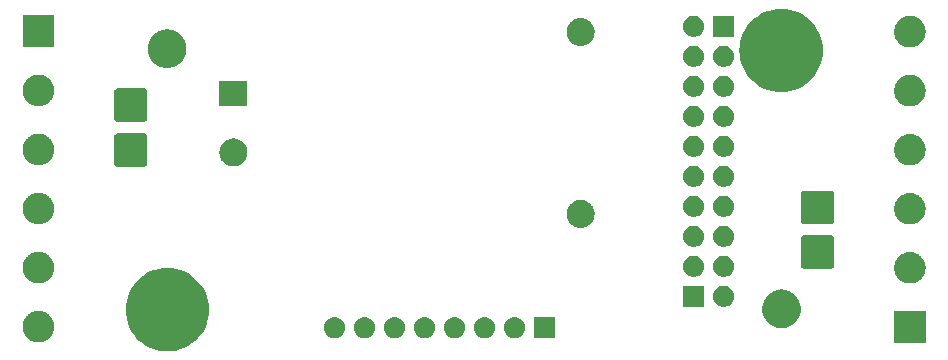
<source format=gbr>
%TF.GenerationSoftware,KiCad,Pcbnew,7.0.7*%
%TF.CreationDate,2024-03-03T11:29:50+01:00*%
%TF.ProjectId,Base,42617365-2e6b-4696-9361-645f70636258,rev?*%
%TF.SameCoordinates,Original*%
%TF.FileFunction,Soldermask,Bot*%
%TF.FilePolarity,Negative*%
%FSLAX46Y46*%
G04 Gerber Fmt 4.6, Leading zero omitted, Abs format (unit mm)*
G04 Created by KiCad (PCBNEW 7.0.7) date 2024-03-03 11:29:50*
%MOMM*%
%LPD*%
G01*
G04 APERTURE LIST*
G04 APERTURE END LIST*
G36*
X117489222Y-80961782D02*
G01*
X117854992Y-81019714D01*
X118212702Y-81115562D01*
X118558434Y-81248276D01*
X118888400Y-81416402D01*
X119198984Y-81618098D01*
X119486784Y-81851154D01*
X119748646Y-82113016D01*
X119981702Y-82400816D01*
X120183398Y-82711400D01*
X120351524Y-83041366D01*
X120484238Y-83387098D01*
X120580086Y-83744808D01*
X120638018Y-84110578D01*
X120657400Y-84480400D01*
X120638018Y-84850222D01*
X120580086Y-85215992D01*
X120484238Y-85573702D01*
X120351524Y-85919434D01*
X120183398Y-86249400D01*
X119981702Y-86559984D01*
X119748646Y-86847784D01*
X119486784Y-87109646D01*
X119198984Y-87342702D01*
X118888400Y-87544398D01*
X118558434Y-87712524D01*
X118212702Y-87845238D01*
X117854992Y-87941086D01*
X117489222Y-87999018D01*
X117119400Y-88018400D01*
X116749578Y-87999018D01*
X116383808Y-87941086D01*
X116026098Y-87845238D01*
X115680366Y-87712524D01*
X115350400Y-87544398D01*
X115039816Y-87342702D01*
X114752016Y-87109646D01*
X114490154Y-86847784D01*
X114257098Y-86559984D01*
X114055402Y-86249400D01*
X113887276Y-85919434D01*
X113754562Y-85573702D01*
X113658714Y-85215992D01*
X113600782Y-84850222D01*
X113581400Y-84480400D01*
X113600782Y-84110578D01*
X113658714Y-83744808D01*
X113754562Y-83387098D01*
X113887276Y-83041366D01*
X114055402Y-82711400D01*
X114257098Y-82400816D01*
X114490154Y-82113016D01*
X114752016Y-81851154D01*
X115039816Y-81618098D01*
X115350400Y-81416402D01*
X115680366Y-81248276D01*
X116026098Y-81115562D01*
X116383808Y-81019714D01*
X116749578Y-80961782D01*
X117119400Y-80942400D01*
X117489222Y-80961782D01*
G37*
G36*
X181298942Y-84593093D02*
G01*
X181311270Y-84601330D01*
X181319507Y-84613658D01*
X181322400Y-84628200D01*
X181322400Y-87228200D01*
X181319507Y-87242742D01*
X181311270Y-87255070D01*
X181298942Y-87263307D01*
X181284400Y-87266200D01*
X178684400Y-87266200D01*
X178669858Y-87263307D01*
X178657530Y-87255070D01*
X178649293Y-87242742D01*
X178646400Y-87228200D01*
X178646400Y-84628200D01*
X178649293Y-84613658D01*
X178657530Y-84601330D01*
X178669858Y-84593093D01*
X178684400Y-84590200D01*
X181284400Y-84590200D01*
X181298942Y-84593093D01*
G37*
G36*
X106251590Y-84575941D02*
G01*
X106307878Y-84575941D01*
X106369917Y-84586293D01*
X106429741Y-84591527D01*
X106476718Y-84604114D01*
X106525815Y-84612307D01*
X106591675Y-84634917D01*
X106655023Y-84651891D01*
X106693831Y-84669987D01*
X106734799Y-84684052D01*
X106802108Y-84720478D01*
X106866400Y-84750458D01*
X106896665Y-84771650D01*
X106929124Y-84789216D01*
X106995203Y-84840647D01*
X107057450Y-84884233D01*
X107079385Y-84906168D01*
X107103488Y-84924928D01*
X107165406Y-84992189D01*
X107222367Y-85049150D01*
X107236745Y-85069683D01*
X107253133Y-85087486D01*
X107307811Y-85171176D01*
X107356142Y-85240200D01*
X107364208Y-85257498D01*
X107373984Y-85272461D01*
X107418343Y-85373590D01*
X107454709Y-85451577D01*
X107458096Y-85464219D01*
X107462741Y-85474808D01*
X107493854Y-85597671D01*
X107515073Y-85676859D01*
X107515687Y-85683886D01*
X107516983Y-85689001D01*
X107532150Y-85872058D01*
X107535400Y-85909200D01*
X107532150Y-85946344D01*
X107516983Y-86129398D01*
X107515687Y-86134511D01*
X107515073Y-86141541D01*
X107493850Y-86220745D01*
X107462741Y-86343591D01*
X107458097Y-86354177D01*
X107454709Y-86366823D01*
X107418335Y-86444825D01*
X107373984Y-86545938D01*
X107364210Y-86560898D01*
X107356142Y-86578200D01*
X107307801Y-86647237D01*
X107253133Y-86730913D01*
X107236747Y-86748711D01*
X107222367Y-86769250D01*
X107165394Y-86826222D01*
X107103488Y-86893471D01*
X107079389Y-86912227D01*
X107057450Y-86934167D01*
X106995191Y-86977761D01*
X106929124Y-87029183D01*
X106896672Y-87046745D01*
X106866400Y-87067942D01*
X106802095Y-87097927D01*
X106734799Y-87134347D01*
X106693839Y-87148408D01*
X106655023Y-87166509D01*
X106591661Y-87183486D01*
X106525815Y-87206092D01*
X106476725Y-87214283D01*
X106429741Y-87226873D01*
X106369913Y-87232107D01*
X106307878Y-87242459D01*
X106251590Y-87242459D01*
X106197400Y-87247200D01*
X106143210Y-87242459D01*
X106086922Y-87242459D01*
X106024885Y-87232107D01*
X105965059Y-87226873D01*
X105918075Y-87214283D01*
X105868984Y-87206092D01*
X105803133Y-87183485D01*
X105739777Y-87166509D01*
X105700963Y-87148409D01*
X105660000Y-87134347D01*
X105592697Y-87097924D01*
X105528400Y-87067942D01*
X105498131Y-87046747D01*
X105465675Y-87029183D01*
X105399598Y-86977754D01*
X105337350Y-86934167D01*
X105315413Y-86912230D01*
X105291311Y-86893471D01*
X105229392Y-86826209D01*
X105172433Y-86769250D01*
X105158055Y-86748716D01*
X105141666Y-86730913D01*
X105086983Y-86647216D01*
X105038658Y-86578200D01*
X105030592Y-86560903D01*
X105020815Y-86545938D01*
X104976447Y-86444788D01*
X104940091Y-86366823D01*
X104936704Y-86354183D01*
X104932058Y-86343591D01*
X104900931Y-86220677D01*
X104879727Y-86141541D01*
X104879112Y-86134517D01*
X104877816Y-86129398D01*
X104862632Y-85946143D01*
X104859400Y-85909200D01*
X104862629Y-85872289D01*
X104877816Y-85689001D01*
X104879112Y-85683880D01*
X104879727Y-85676859D01*
X104900926Y-85597739D01*
X104932058Y-85474808D01*
X104936704Y-85464213D01*
X104940091Y-85451577D01*
X104976439Y-85373626D01*
X105020815Y-85272461D01*
X105030594Y-85257493D01*
X105038658Y-85240200D01*
X105086974Y-85171197D01*
X105141666Y-85087486D01*
X105158058Y-85069679D01*
X105172433Y-85049150D01*
X105229380Y-84992202D01*
X105291311Y-84924928D01*
X105315418Y-84906164D01*
X105337350Y-84884233D01*
X105399586Y-84840654D01*
X105465675Y-84789216D01*
X105498137Y-84771648D01*
X105528400Y-84750458D01*
X105592684Y-84720481D01*
X105660000Y-84684052D01*
X105700971Y-84669986D01*
X105739777Y-84651891D01*
X105803120Y-84634918D01*
X105868984Y-84612307D01*
X105918083Y-84604114D01*
X105965059Y-84591527D01*
X106024882Y-84586293D01*
X106086922Y-84575941D01*
X106143210Y-84575941D01*
X106197400Y-84571200D01*
X106251590Y-84575941D01*
G37*
G36*
X149911742Y-85119293D02*
G01*
X149924070Y-85127530D01*
X149932307Y-85139858D01*
X149935200Y-85154400D01*
X149935200Y-86854400D01*
X149932307Y-86868942D01*
X149924070Y-86881270D01*
X149911742Y-86889507D01*
X149897200Y-86892400D01*
X148197200Y-86892400D01*
X148182658Y-86889507D01*
X148170330Y-86881270D01*
X148162093Y-86868942D01*
X148159200Y-86854400D01*
X148159200Y-85154400D01*
X148162093Y-85139858D01*
X148170330Y-85127530D01*
X148182658Y-85119293D01*
X148197200Y-85116400D01*
X149897200Y-85116400D01*
X149911742Y-85119293D01*
G37*
G36*
X131541607Y-85159862D02*
G01*
X131711200Y-85235369D01*
X131861388Y-85344487D01*
X131985607Y-85482447D01*
X132078428Y-85643218D01*
X132135795Y-85819774D01*
X132155200Y-86004400D01*
X132135795Y-86189026D01*
X132078428Y-86365582D01*
X131985607Y-86526353D01*
X131861388Y-86664313D01*
X131711200Y-86773431D01*
X131541607Y-86848938D01*
X131360021Y-86887535D01*
X131174379Y-86887535D01*
X130992793Y-86848938D01*
X130823200Y-86773431D01*
X130673012Y-86664313D01*
X130548793Y-86526353D01*
X130455972Y-86365582D01*
X130398605Y-86189026D01*
X130379200Y-86004400D01*
X130398605Y-85819774D01*
X130455972Y-85643218D01*
X130548793Y-85482447D01*
X130673012Y-85344487D01*
X130823200Y-85235369D01*
X130992793Y-85159862D01*
X131174379Y-85121265D01*
X131360021Y-85121265D01*
X131541607Y-85159862D01*
G37*
G36*
X134081607Y-85159862D02*
G01*
X134251200Y-85235369D01*
X134401388Y-85344487D01*
X134525607Y-85482447D01*
X134618428Y-85643218D01*
X134675795Y-85819774D01*
X134695200Y-86004400D01*
X134675795Y-86189026D01*
X134618428Y-86365582D01*
X134525607Y-86526353D01*
X134401388Y-86664313D01*
X134251200Y-86773431D01*
X134081607Y-86848938D01*
X133900021Y-86887535D01*
X133714379Y-86887535D01*
X133532793Y-86848938D01*
X133363200Y-86773431D01*
X133213012Y-86664313D01*
X133088793Y-86526353D01*
X132995972Y-86365582D01*
X132938605Y-86189026D01*
X132919200Y-86004400D01*
X132938605Y-85819774D01*
X132995972Y-85643218D01*
X133088793Y-85482447D01*
X133213012Y-85344487D01*
X133363200Y-85235369D01*
X133532793Y-85159862D01*
X133714379Y-85121265D01*
X133900021Y-85121265D01*
X134081607Y-85159862D01*
G37*
G36*
X136621607Y-85159862D02*
G01*
X136791200Y-85235369D01*
X136941388Y-85344487D01*
X137065607Y-85482447D01*
X137158428Y-85643218D01*
X137215795Y-85819774D01*
X137235200Y-86004400D01*
X137215795Y-86189026D01*
X137158428Y-86365582D01*
X137065607Y-86526353D01*
X136941388Y-86664313D01*
X136791200Y-86773431D01*
X136621607Y-86848938D01*
X136440021Y-86887535D01*
X136254379Y-86887535D01*
X136072793Y-86848938D01*
X135903200Y-86773431D01*
X135753012Y-86664313D01*
X135628793Y-86526353D01*
X135535972Y-86365582D01*
X135478605Y-86189026D01*
X135459200Y-86004400D01*
X135478605Y-85819774D01*
X135535972Y-85643218D01*
X135628793Y-85482447D01*
X135753012Y-85344487D01*
X135903200Y-85235369D01*
X136072793Y-85159862D01*
X136254379Y-85121265D01*
X136440021Y-85121265D01*
X136621607Y-85159862D01*
G37*
G36*
X139161607Y-85159862D02*
G01*
X139331200Y-85235369D01*
X139481388Y-85344487D01*
X139605607Y-85482447D01*
X139698428Y-85643218D01*
X139755795Y-85819774D01*
X139775200Y-86004400D01*
X139755795Y-86189026D01*
X139698428Y-86365582D01*
X139605607Y-86526353D01*
X139481388Y-86664313D01*
X139331200Y-86773431D01*
X139161607Y-86848938D01*
X138980021Y-86887535D01*
X138794379Y-86887535D01*
X138612793Y-86848938D01*
X138443200Y-86773431D01*
X138293012Y-86664313D01*
X138168793Y-86526353D01*
X138075972Y-86365582D01*
X138018605Y-86189026D01*
X137999200Y-86004400D01*
X138018605Y-85819774D01*
X138075972Y-85643218D01*
X138168793Y-85482447D01*
X138293012Y-85344487D01*
X138443200Y-85235369D01*
X138612793Y-85159862D01*
X138794379Y-85121265D01*
X138980021Y-85121265D01*
X139161607Y-85159862D01*
G37*
G36*
X141701607Y-85159862D02*
G01*
X141871200Y-85235369D01*
X142021388Y-85344487D01*
X142145607Y-85482447D01*
X142238428Y-85643218D01*
X142295795Y-85819774D01*
X142315200Y-86004400D01*
X142295795Y-86189026D01*
X142238428Y-86365582D01*
X142145607Y-86526353D01*
X142021388Y-86664313D01*
X141871200Y-86773431D01*
X141701607Y-86848938D01*
X141520021Y-86887535D01*
X141334379Y-86887535D01*
X141152793Y-86848938D01*
X140983200Y-86773431D01*
X140833012Y-86664313D01*
X140708793Y-86526353D01*
X140615972Y-86365582D01*
X140558605Y-86189026D01*
X140539200Y-86004400D01*
X140558605Y-85819774D01*
X140615972Y-85643218D01*
X140708793Y-85482447D01*
X140833012Y-85344487D01*
X140983200Y-85235369D01*
X141152793Y-85159862D01*
X141334379Y-85121265D01*
X141520021Y-85121265D01*
X141701607Y-85159862D01*
G37*
G36*
X144241607Y-85159862D02*
G01*
X144411200Y-85235369D01*
X144561388Y-85344487D01*
X144685607Y-85482447D01*
X144778428Y-85643218D01*
X144835795Y-85819774D01*
X144855200Y-86004400D01*
X144835795Y-86189026D01*
X144778428Y-86365582D01*
X144685607Y-86526353D01*
X144561388Y-86664313D01*
X144411200Y-86773431D01*
X144241607Y-86848938D01*
X144060021Y-86887535D01*
X143874379Y-86887535D01*
X143692793Y-86848938D01*
X143523200Y-86773431D01*
X143373012Y-86664313D01*
X143248793Y-86526353D01*
X143155972Y-86365582D01*
X143098605Y-86189026D01*
X143079200Y-86004400D01*
X143098605Y-85819774D01*
X143155972Y-85643218D01*
X143248793Y-85482447D01*
X143373012Y-85344487D01*
X143523200Y-85235369D01*
X143692793Y-85159862D01*
X143874379Y-85121265D01*
X144060021Y-85121265D01*
X144241607Y-85159862D01*
G37*
G36*
X146781607Y-85159862D02*
G01*
X146951200Y-85235369D01*
X147101388Y-85344487D01*
X147225607Y-85482447D01*
X147318428Y-85643218D01*
X147375795Y-85819774D01*
X147395200Y-86004400D01*
X147375795Y-86189026D01*
X147318428Y-86365582D01*
X147225607Y-86526353D01*
X147101388Y-86664313D01*
X146951200Y-86773431D01*
X146781607Y-86848938D01*
X146600021Y-86887535D01*
X146414379Y-86887535D01*
X146232793Y-86848938D01*
X146063200Y-86773431D01*
X145913012Y-86664313D01*
X145788793Y-86526353D01*
X145695972Y-86365582D01*
X145638605Y-86189026D01*
X145619200Y-86004400D01*
X145638605Y-85819774D01*
X145695972Y-85643218D01*
X145788793Y-85482447D01*
X145913012Y-85344487D01*
X146063200Y-85235369D01*
X146232793Y-85159862D01*
X146414379Y-85121265D01*
X146600021Y-85121265D01*
X146781607Y-85159862D01*
G37*
G36*
X169173175Y-82770920D02*
G01*
X169235594Y-82770920D01*
X169303798Y-82781200D01*
X169369440Y-82786366D01*
X169422350Y-82799068D01*
X169477659Y-82807405D01*
X169549934Y-82829699D01*
X169619370Y-82846369D01*
X169664264Y-82864965D01*
X169711574Y-82879558D01*
X169785854Y-82915329D01*
X169856836Y-82944731D01*
X169893269Y-82967057D01*
X169932135Y-82985774D01*
X170006062Y-83036177D01*
X170075992Y-83079030D01*
X170103994Y-83102946D01*
X170134386Y-83123667D01*
X170205352Y-83189514D01*
X170271441Y-83245959D01*
X170291508Y-83269455D01*
X170313835Y-83290171D01*
X170379109Y-83372023D01*
X170438370Y-83441408D01*
X170451403Y-83462676D01*
X170466464Y-83481562D01*
X170523264Y-83579943D01*
X170572669Y-83660564D01*
X170579925Y-83678082D01*
X170588859Y-83693556D01*
X170634413Y-83809627D01*
X170671031Y-83898030D01*
X170674059Y-83910645D01*
X170678295Y-83921437D01*
X170710000Y-84060351D01*
X170731034Y-84147960D01*
X170731579Y-84154895D01*
X170732765Y-84160088D01*
X170748247Y-84366686D01*
X170751200Y-84404200D01*
X170748247Y-84441716D01*
X170732765Y-84648311D01*
X170731579Y-84653503D01*
X170731034Y-84660440D01*
X170709996Y-84748067D01*
X170678295Y-84886962D01*
X170674060Y-84897751D01*
X170671031Y-84910370D01*
X170634405Y-84998790D01*
X170588859Y-85114843D01*
X170579927Y-85130313D01*
X170572669Y-85147836D01*
X170523254Y-85228472D01*
X170466464Y-85326837D01*
X170451406Y-85345719D01*
X170438370Y-85366992D01*
X170379097Y-85436390D01*
X170313835Y-85518228D01*
X170291512Y-85538940D01*
X170271441Y-85562441D01*
X170205339Y-85618897D01*
X170134386Y-85684732D01*
X170104000Y-85705448D01*
X170075992Y-85729370D01*
X170006048Y-85772231D01*
X169932135Y-85822625D01*
X169893276Y-85841337D01*
X169856836Y-85863669D01*
X169785839Y-85893076D01*
X169711574Y-85928841D01*
X169664274Y-85943431D01*
X169619370Y-85962031D01*
X169549919Y-85978704D01*
X169477659Y-86000994D01*
X169422358Y-86009329D01*
X169369440Y-86022034D01*
X169303794Y-86027200D01*
X169235594Y-86037480D01*
X169173175Y-86037480D01*
X169113200Y-86042200D01*
X169053225Y-86037480D01*
X168990806Y-86037480D01*
X168922605Y-86027200D01*
X168856960Y-86022034D01*
X168804042Y-86009329D01*
X168748740Y-86000994D01*
X168676475Y-85978703D01*
X168607030Y-85962031D01*
X168562128Y-85943432D01*
X168514825Y-85928841D01*
X168440555Y-85893074D01*
X168369564Y-85863669D01*
X168333123Y-85841338D01*
X168294265Y-85822625D01*
X168220348Y-85772229D01*
X168150408Y-85729370D01*
X168122403Y-85705451D01*
X168092013Y-85684732D01*
X168021048Y-85618886D01*
X167954959Y-85562441D01*
X167934891Y-85538944D01*
X167912564Y-85518228D01*
X167847287Y-85436373D01*
X167788030Y-85366992D01*
X167774997Y-85345724D01*
X167759935Y-85326837D01*
X167703128Y-85228444D01*
X167653731Y-85147836D01*
X167646475Y-85130319D01*
X167637540Y-85114843D01*
X167591975Y-84998744D01*
X167555369Y-84910370D01*
X167552341Y-84897758D01*
X167548104Y-84886962D01*
X167516383Y-84747983D01*
X167495366Y-84660440D01*
X167494820Y-84653509D01*
X167493634Y-84648311D01*
X167478131Y-84441450D01*
X167475200Y-84404200D01*
X167478131Y-84366952D01*
X167493634Y-84160088D01*
X167494820Y-84154888D01*
X167495366Y-84147960D01*
X167516378Y-84060435D01*
X167548104Y-83921437D01*
X167552341Y-83910639D01*
X167555369Y-83898030D01*
X167591967Y-83809673D01*
X167637540Y-83693556D01*
X167646476Y-83678076D01*
X167653731Y-83660564D01*
X167703118Y-83579971D01*
X167759935Y-83481562D01*
X167774999Y-83462671D01*
X167788030Y-83441408D01*
X167847275Y-83372040D01*
X167912564Y-83290171D01*
X167934895Y-83269450D01*
X167954959Y-83245959D01*
X168021034Y-83189524D01*
X168092013Y-83123667D01*
X168122409Y-83102943D01*
X168150408Y-83079030D01*
X168220333Y-83036179D01*
X168294265Y-82985774D01*
X168333131Y-82967056D01*
X168369564Y-82944731D01*
X168440541Y-82915331D01*
X168514825Y-82879558D01*
X168562138Y-82864963D01*
X168607030Y-82846369D01*
X168676460Y-82829700D01*
X168748740Y-82807405D01*
X168804051Y-82799068D01*
X168856960Y-82786366D01*
X168922601Y-82781200D01*
X168990806Y-82770920D01*
X169053225Y-82770920D01*
X169113200Y-82766200D01*
X169173175Y-82770920D01*
G37*
G36*
X162535542Y-82477693D02*
G01*
X162547870Y-82485930D01*
X162556107Y-82498258D01*
X162559000Y-82512800D01*
X162559000Y-84212800D01*
X162556107Y-84227342D01*
X162547870Y-84239670D01*
X162535542Y-84247907D01*
X162521000Y-84250800D01*
X160821000Y-84250800D01*
X160806458Y-84247907D01*
X160794130Y-84239670D01*
X160785893Y-84227342D01*
X160783000Y-84212800D01*
X160783000Y-82512800D01*
X160785893Y-82498258D01*
X160794130Y-82485930D01*
X160806458Y-82477693D01*
X160821000Y-82474800D01*
X162521000Y-82474800D01*
X162535542Y-82477693D01*
G37*
G36*
X164485407Y-82518262D02*
G01*
X164655000Y-82593769D01*
X164805188Y-82702887D01*
X164929407Y-82840847D01*
X165022228Y-83001618D01*
X165079595Y-83178174D01*
X165099000Y-83362800D01*
X165079595Y-83547426D01*
X165022228Y-83723982D01*
X164929407Y-83884753D01*
X164805188Y-84022713D01*
X164655000Y-84131831D01*
X164485407Y-84207338D01*
X164303821Y-84245935D01*
X164118179Y-84245935D01*
X163936593Y-84207338D01*
X163767000Y-84131831D01*
X163616812Y-84022713D01*
X163492593Y-83884753D01*
X163399772Y-83723982D01*
X163342405Y-83547426D01*
X163323000Y-83362800D01*
X163342405Y-83178174D01*
X163399772Y-83001618D01*
X163492593Y-82840847D01*
X163616812Y-82702887D01*
X163767000Y-82593769D01*
X163936593Y-82518262D01*
X164118179Y-82479665D01*
X164303821Y-82479665D01*
X164485407Y-82518262D01*
G37*
G36*
X180038590Y-79594941D02*
G01*
X180094878Y-79594941D01*
X180156917Y-79605293D01*
X180216741Y-79610527D01*
X180263718Y-79623114D01*
X180312815Y-79631307D01*
X180378675Y-79653917D01*
X180442023Y-79670891D01*
X180480831Y-79688987D01*
X180521799Y-79703052D01*
X180589108Y-79739478D01*
X180653400Y-79769458D01*
X180683665Y-79790650D01*
X180716124Y-79808216D01*
X180782203Y-79859647D01*
X180844450Y-79903233D01*
X180866385Y-79925168D01*
X180890488Y-79943928D01*
X180952406Y-80011189D01*
X181009367Y-80068150D01*
X181023745Y-80088683D01*
X181040133Y-80106486D01*
X181094811Y-80190176D01*
X181143142Y-80259200D01*
X181151208Y-80276498D01*
X181160984Y-80291461D01*
X181205343Y-80392590D01*
X181241709Y-80470577D01*
X181245096Y-80483219D01*
X181249741Y-80493808D01*
X181280854Y-80616671D01*
X181302073Y-80695859D01*
X181302687Y-80702886D01*
X181303983Y-80708001D01*
X181319151Y-80891073D01*
X181322400Y-80928200D01*
X181319148Y-80965359D01*
X181303983Y-81148398D01*
X181302687Y-81153511D01*
X181302073Y-81160541D01*
X181280850Y-81239745D01*
X181249741Y-81362591D01*
X181245097Y-81373177D01*
X181241709Y-81385823D01*
X181205335Y-81463825D01*
X181160984Y-81564938D01*
X181151210Y-81579898D01*
X181143142Y-81597200D01*
X181094801Y-81666237D01*
X181040133Y-81749913D01*
X181023747Y-81767711D01*
X181009367Y-81788250D01*
X180952394Y-81845222D01*
X180890488Y-81912471D01*
X180866389Y-81931227D01*
X180844450Y-81953167D01*
X180782191Y-81996761D01*
X180716124Y-82048183D01*
X180683672Y-82065745D01*
X180653400Y-82086942D01*
X180589095Y-82116927D01*
X180521799Y-82153347D01*
X180480839Y-82167408D01*
X180442023Y-82185509D01*
X180378661Y-82202486D01*
X180312815Y-82225092D01*
X180263725Y-82233283D01*
X180216741Y-82245873D01*
X180156913Y-82251107D01*
X180094878Y-82261459D01*
X180038590Y-82261459D01*
X179984400Y-82266200D01*
X179930210Y-82261459D01*
X179873922Y-82261459D01*
X179811885Y-82251107D01*
X179752059Y-82245873D01*
X179705075Y-82233283D01*
X179655984Y-82225092D01*
X179590133Y-82202485D01*
X179526777Y-82185509D01*
X179487963Y-82167409D01*
X179447000Y-82153347D01*
X179379697Y-82116924D01*
X179315400Y-82086942D01*
X179285131Y-82065747D01*
X179252675Y-82048183D01*
X179186598Y-81996754D01*
X179124350Y-81953167D01*
X179102413Y-81931230D01*
X179078311Y-81912471D01*
X179016392Y-81845209D01*
X178959433Y-81788250D01*
X178945055Y-81767716D01*
X178928666Y-81749913D01*
X178873983Y-81666216D01*
X178825658Y-81597200D01*
X178817592Y-81579903D01*
X178807815Y-81564938D01*
X178763447Y-81463788D01*
X178727091Y-81385823D01*
X178723704Y-81373183D01*
X178719058Y-81362591D01*
X178687931Y-81239677D01*
X178666727Y-81160541D01*
X178666112Y-81153517D01*
X178664816Y-81148398D01*
X178649632Y-80965143D01*
X178646400Y-80928200D01*
X178649629Y-80891289D01*
X178664816Y-80708001D01*
X178666112Y-80702880D01*
X178666727Y-80695859D01*
X178687926Y-80616739D01*
X178719058Y-80493808D01*
X178723704Y-80483213D01*
X178727091Y-80470577D01*
X178763439Y-80392626D01*
X178807815Y-80291461D01*
X178817594Y-80276493D01*
X178825658Y-80259200D01*
X178873974Y-80190197D01*
X178928666Y-80106486D01*
X178945058Y-80088679D01*
X178959433Y-80068150D01*
X179016380Y-80011202D01*
X179078311Y-79943928D01*
X179102418Y-79925164D01*
X179124350Y-79903233D01*
X179186586Y-79859654D01*
X179252675Y-79808216D01*
X179285137Y-79790648D01*
X179315400Y-79769458D01*
X179379684Y-79739481D01*
X179447000Y-79703052D01*
X179487971Y-79688986D01*
X179526777Y-79670891D01*
X179590120Y-79653918D01*
X179655984Y-79631307D01*
X179705083Y-79623114D01*
X179752059Y-79610527D01*
X179811882Y-79605293D01*
X179873922Y-79594941D01*
X179930210Y-79594941D01*
X179984400Y-79590200D01*
X180038590Y-79594941D01*
G37*
G36*
X106251590Y-79575941D02*
G01*
X106307878Y-79575941D01*
X106369917Y-79586293D01*
X106429741Y-79591527D01*
X106476718Y-79604114D01*
X106525815Y-79612307D01*
X106591675Y-79634917D01*
X106655023Y-79651891D01*
X106693831Y-79669987D01*
X106734799Y-79684052D01*
X106802108Y-79720478D01*
X106866400Y-79750458D01*
X106896665Y-79771650D01*
X106929124Y-79789216D01*
X106995203Y-79840647D01*
X107057450Y-79884233D01*
X107079385Y-79906168D01*
X107103488Y-79924928D01*
X107165406Y-79992189D01*
X107222367Y-80049150D01*
X107236745Y-80069683D01*
X107253133Y-80087486D01*
X107307811Y-80171176D01*
X107356142Y-80240200D01*
X107364208Y-80257498D01*
X107373984Y-80272461D01*
X107418343Y-80373590D01*
X107454709Y-80451577D01*
X107458096Y-80464219D01*
X107462741Y-80474808D01*
X107493854Y-80597671D01*
X107515073Y-80676859D01*
X107515687Y-80683886D01*
X107516983Y-80689001D01*
X107532151Y-80872073D01*
X107535400Y-80909200D01*
X107532148Y-80946359D01*
X107516983Y-81129398D01*
X107515687Y-81134511D01*
X107515073Y-81141541D01*
X107493850Y-81220745D01*
X107462741Y-81343591D01*
X107458097Y-81354177D01*
X107454709Y-81366823D01*
X107418335Y-81444825D01*
X107373984Y-81545938D01*
X107364210Y-81560898D01*
X107356142Y-81578200D01*
X107307801Y-81647237D01*
X107253133Y-81730913D01*
X107236747Y-81748711D01*
X107222367Y-81769250D01*
X107165394Y-81826222D01*
X107103488Y-81893471D01*
X107079389Y-81912227D01*
X107057450Y-81934167D01*
X106995191Y-81977761D01*
X106929124Y-82029183D01*
X106896672Y-82046745D01*
X106866400Y-82067942D01*
X106802095Y-82097927D01*
X106734799Y-82134347D01*
X106693839Y-82148408D01*
X106655023Y-82166509D01*
X106591661Y-82183486D01*
X106525815Y-82206092D01*
X106476725Y-82214283D01*
X106429741Y-82226873D01*
X106369913Y-82232107D01*
X106307878Y-82242459D01*
X106251590Y-82242459D01*
X106197400Y-82247200D01*
X106143210Y-82242459D01*
X106086922Y-82242459D01*
X106024885Y-82232107D01*
X105965059Y-82226873D01*
X105918075Y-82214283D01*
X105868984Y-82206092D01*
X105803133Y-82183485D01*
X105739777Y-82166509D01*
X105700963Y-82148409D01*
X105660000Y-82134347D01*
X105592697Y-82097924D01*
X105528400Y-82067942D01*
X105498131Y-82046747D01*
X105465675Y-82029183D01*
X105399598Y-81977754D01*
X105337350Y-81934167D01*
X105315413Y-81912230D01*
X105291311Y-81893471D01*
X105229392Y-81826209D01*
X105172433Y-81769250D01*
X105158055Y-81748716D01*
X105141666Y-81730913D01*
X105086983Y-81647216D01*
X105038658Y-81578200D01*
X105030592Y-81560903D01*
X105020815Y-81545938D01*
X104976447Y-81444788D01*
X104940091Y-81366823D01*
X104936704Y-81354183D01*
X104932058Y-81343591D01*
X104900931Y-81220677D01*
X104879727Y-81141541D01*
X104879112Y-81134517D01*
X104877816Y-81129398D01*
X104862630Y-80946128D01*
X104859400Y-80909200D01*
X104862630Y-80872274D01*
X104877816Y-80689001D01*
X104879112Y-80683880D01*
X104879727Y-80676859D01*
X104900926Y-80597739D01*
X104932058Y-80474808D01*
X104936704Y-80464213D01*
X104940091Y-80451577D01*
X104976439Y-80373626D01*
X105020815Y-80272461D01*
X105030594Y-80257493D01*
X105038658Y-80240200D01*
X105086974Y-80171197D01*
X105141666Y-80087486D01*
X105158058Y-80069679D01*
X105172433Y-80049150D01*
X105229380Y-79992202D01*
X105291311Y-79924928D01*
X105315418Y-79906164D01*
X105337350Y-79884233D01*
X105399586Y-79840654D01*
X105465675Y-79789216D01*
X105498137Y-79771648D01*
X105528400Y-79750458D01*
X105592684Y-79720481D01*
X105660000Y-79684052D01*
X105700971Y-79669986D01*
X105739777Y-79651891D01*
X105803120Y-79634918D01*
X105868984Y-79612307D01*
X105918083Y-79604114D01*
X105965059Y-79591527D01*
X106024882Y-79586293D01*
X106086922Y-79575941D01*
X106143210Y-79575941D01*
X106197400Y-79571200D01*
X106251590Y-79575941D01*
G37*
G36*
X161945407Y-79978262D02*
G01*
X162115000Y-80053769D01*
X162265188Y-80162887D01*
X162389407Y-80300847D01*
X162482228Y-80461618D01*
X162539595Y-80638174D01*
X162559000Y-80822800D01*
X162539595Y-81007426D01*
X162482228Y-81183982D01*
X162389407Y-81344753D01*
X162265188Y-81482713D01*
X162115000Y-81591831D01*
X161945407Y-81667338D01*
X161763821Y-81705935D01*
X161578179Y-81705935D01*
X161396593Y-81667338D01*
X161227000Y-81591831D01*
X161076812Y-81482713D01*
X160952593Y-81344753D01*
X160859772Y-81183982D01*
X160802405Y-81007426D01*
X160783000Y-80822800D01*
X160802405Y-80638174D01*
X160859772Y-80461618D01*
X160952593Y-80300847D01*
X161076812Y-80162887D01*
X161227000Y-80053769D01*
X161396593Y-79978262D01*
X161578179Y-79939665D01*
X161763821Y-79939665D01*
X161945407Y-79978262D01*
G37*
G36*
X164485407Y-79978262D02*
G01*
X164655000Y-80053769D01*
X164805188Y-80162887D01*
X164929407Y-80300847D01*
X165022228Y-80461618D01*
X165079595Y-80638174D01*
X165099000Y-80822800D01*
X165079595Y-81007426D01*
X165022228Y-81183982D01*
X164929407Y-81344753D01*
X164805188Y-81482713D01*
X164655000Y-81591831D01*
X164485407Y-81667338D01*
X164303821Y-81705935D01*
X164118179Y-81705935D01*
X163936593Y-81667338D01*
X163767000Y-81591831D01*
X163616812Y-81482713D01*
X163492593Y-81344753D01*
X163399772Y-81183982D01*
X163342405Y-81007426D01*
X163323000Y-80822800D01*
X163342405Y-80638174D01*
X163399772Y-80461618D01*
X163492593Y-80300847D01*
X163616812Y-80162887D01*
X163767000Y-80053769D01*
X163936593Y-79978262D01*
X164118179Y-79939665D01*
X164303821Y-79939665D01*
X164485407Y-79978262D01*
G37*
G36*
X173352138Y-78198250D02*
G01*
X173356853Y-78200332D01*
X173359526Y-78200684D01*
X173392970Y-78216279D01*
X173448959Y-78241001D01*
X173523799Y-78315841D01*
X173548530Y-78371851D01*
X173564115Y-78405273D01*
X173564466Y-78407943D01*
X173566550Y-78412662D01*
X173574200Y-78478600D01*
X173574200Y-80728600D01*
X173566550Y-80794538D01*
X173564466Y-80799256D01*
X173564115Y-80801926D01*
X173548538Y-80835330D01*
X173523799Y-80891359D01*
X173448959Y-80966199D01*
X173392930Y-80990938D01*
X173359526Y-81006515D01*
X173356856Y-81006866D01*
X173352138Y-81008950D01*
X173286200Y-81016600D01*
X171036200Y-81016600D01*
X170970262Y-81008950D01*
X170965543Y-81006866D01*
X170962873Y-81006515D01*
X170929451Y-80990930D01*
X170873441Y-80966199D01*
X170798601Y-80891359D01*
X170773879Y-80835370D01*
X170758284Y-80801926D01*
X170757932Y-80799253D01*
X170755850Y-80794538D01*
X170748200Y-80728600D01*
X170748200Y-78478600D01*
X170755850Y-78412662D01*
X170757932Y-78407946D01*
X170758284Y-78405273D01*
X170773887Y-78371810D01*
X170798601Y-78315841D01*
X170873441Y-78241001D01*
X170929410Y-78216287D01*
X170962873Y-78200684D01*
X170965546Y-78200332D01*
X170970262Y-78198250D01*
X171036200Y-78190600D01*
X173286200Y-78190600D01*
X173352138Y-78198250D01*
G37*
G36*
X161945407Y-77438262D02*
G01*
X162115000Y-77513769D01*
X162265188Y-77622887D01*
X162389407Y-77760847D01*
X162482228Y-77921618D01*
X162539595Y-78098174D01*
X162559000Y-78282800D01*
X162539595Y-78467426D01*
X162482228Y-78643982D01*
X162389407Y-78804753D01*
X162265188Y-78942713D01*
X162115000Y-79051831D01*
X161945407Y-79127338D01*
X161763821Y-79165935D01*
X161578179Y-79165935D01*
X161396593Y-79127338D01*
X161227000Y-79051831D01*
X161076812Y-78942713D01*
X160952593Y-78804753D01*
X160859772Y-78643982D01*
X160802405Y-78467426D01*
X160783000Y-78282800D01*
X160802405Y-78098174D01*
X160859772Y-77921618D01*
X160952593Y-77760847D01*
X161076812Y-77622887D01*
X161227000Y-77513769D01*
X161396593Y-77438262D01*
X161578179Y-77399665D01*
X161763821Y-77399665D01*
X161945407Y-77438262D01*
G37*
G36*
X164485407Y-77438262D02*
G01*
X164655000Y-77513769D01*
X164805188Y-77622887D01*
X164929407Y-77760847D01*
X165022228Y-77921618D01*
X165079595Y-78098174D01*
X165099000Y-78282800D01*
X165079595Y-78467426D01*
X165022228Y-78643982D01*
X164929407Y-78804753D01*
X164805188Y-78942713D01*
X164655000Y-79051831D01*
X164485407Y-79127338D01*
X164303821Y-79165935D01*
X164118179Y-79165935D01*
X163936593Y-79127338D01*
X163767000Y-79051831D01*
X163616812Y-78942713D01*
X163492593Y-78804753D01*
X163399772Y-78643982D01*
X163342405Y-78467426D01*
X163323000Y-78282800D01*
X163342405Y-78098174D01*
X163399772Y-77921618D01*
X163492593Y-77760847D01*
X163616812Y-77622887D01*
X163767000Y-77513769D01*
X163936593Y-77438262D01*
X164118179Y-77399665D01*
X164303821Y-77399665D01*
X164485407Y-77438262D01*
G37*
G36*
X152163143Y-75184068D02*
G01*
X152217015Y-75184068D01*
X152264412Y-75192928D01*
X152313663Y-75197237D01*
X152374116Y-75213435D01*
X152432512Y-75224351D01*
X152472113Y-75239692D01*
X152513657Y-75250824D01*
X152576553Y-75280153D01*
X152636937Y-75303546D01*
X152668104Y-75322844D01*
X152701301Y-75338324D01*
X152763920Y-75382170D01*
X152823330Y-75418956D01*
X152846104Y-75439717D01*
X152870906Y-75457084D01*
X152930229Y-75516407D01*
X152985343Y-75566650D01*
X153000366Y-75586544D01*
X153017315Y-75603493D01*
X153070191Y-75679008D01*
X153117458Y-75741599D01*
X153125924Y-75758602D01*
X153136074Y-75773097D01*
X153179297Y-75865789D01*
X153215177Y-75937845D01*
X153218744Y-75950381D01*
X153223576Y-75960744D01*
X153254011Y-76074333D01*
X153275172Y-76148706D01*
X153275824Y-76155742D01*
X153277162Y-76160736D01*
X153291961Y-76329892D01*
X153295400Y-76367000D01*
X153291961Y-76404110D01*
X153277162Y-76573263D01*
X153275824Y-76578255D01*
X153275172Y-76585294D01*
X153254003Y-76659694D01*
X153223575Y-76773257D01*
X153218744Y-76783615D01*
X153215177Y-76796155D01*
X153179294Y-76868217D01*
X153136075Y-76960901D01*
X153125925Y-76975395D01*
X153117458Y-76992401D01*
X153070184Y-77055001D01*
X153017315Y-77130506D01*
X153000369Y-77147451D01*
X152985343Y-77167350D01*
X152930218Y-77217602D01*
X152870906Y-77276915D01*
X152846109Y-77294278D01*
X152823330Y-77315044D01*
X152763907Y-77351836D01*
X152701301Y-77395675D01*
X152668111Y-77411151D01*
X152636937Y-77430454D01*
X152576541Y-77453851D01*
X152513657Y-77483175D01*
X152472121Y-77494304D01*
X152432512Y-77509649D01*
X152374104Y-77520567D01*
X152313663Y-77536762D01*
X152264422Y-77541070D01*
X152217015Y-77549932D01*
X152163132Y-77549932D01*
X152107400Y-77554808D01*
X152051668Y-77549932D01*
X151997785Y-77549932D01*
X151950377Y-77541070D01*
X151901136Y-77536762D01*
X151840692Y-77520566D01*
X151782288Y-77509649D01*
X151742680Y-77494305D01*
X151701142Y-77483175D01*
X151638252Y-77453849D01*
X151577863Y-77430454D01*
X151546691Y-77411153D01*
X151513498Y-77395675D01*
X151450883Y-77351831D01*
X151391470Y-77315044D01*
X151368694Y-77294281D01*
X151343893Y-77276915D01*
X151284570Y-77217592D01*
X151229457Y-77167350D01*
X151214433Y-77147455D01*
X151197484Y-77130506D01*
X151144602Y-77054983D01*
X151097342Y-76992401D01*
X151088876Y-76975400D01*
X151078724Y-76960901D01*
X151035490Y-76868185D01*
X150999623Y-76796155D01*
X150996056Y-76783620D01*
X150991224Y-76773257D01*
X150960779Y-76659633D01*
X150939628Y-76585294D01*
X150938976Y-76578261D01*
X150937637Y-76573263D01*
X150922820Y-76403916D01*
X150919400Y-76367000D01*
X150922820Y-76330086D01*
X150937637Y-76160736D01*
X150938976Y-76155736D01*
X150939628Y-76148706D01*
X150960771Y-76074394D01*
X150991223Y-75960744D01*
X150996057Y-75950376D01*
X150999623Y-75937845D01*
X151035486Y-75865821D01*
X151078725Y-75773097D01*
X151088877Y-75758597D01*
X151097342Y-75741599D01*
X151144594Y-75679026D01*
X151197484Y-75603493D01*
X151214436Y-75586540D01*
X151229457Y-75566650D01*
X151284558Y-75516418D01*
X151343893Y-75457084D01*
X151368698Y-75439714D01*
X151391470Y-75418956D01*
X151450873Y-75382174D01*
X151513497Y-75338325D01*
X151546695Y-75322844D01*
X151577863Y-75303546D01*
X151638241Y-75280155D01*
X151701144Y-75250823D01*
X151742692Y-75239690D01*
X151782288Y-75224351D01*
X151840678Y-75213436D01*
X151901136Y-75197237D01*
X151950388Y-75192927D01*
X151997785Y-75184068D01*
X152051656Y-75184068D01*
X152107400Y-75179191D01*
X152163143Y-75184068D01*
G37*
G36*
X180038590Y-74594941D02*
G01*
X180094878Y-74594941D01*
X180156917Y-74605293D01*
X180216741Y-74610527D01*
X180263718Y-74623114D01*
X180312815Y-74631307D01*
X180378675Y-74653917D01*
X180442023Y-74670891D01*
X180480831Y-74688987D01*
X180521799Y-74703052D01*
X180589108Y-74739478D01*
X180653400Y-74769458D01*
X180683665Y-74790650D01*
X180716124Y-74808216D01*
X180782203Y-74859647D01*
X180844450Y-74903233D01*
X180866385Y-74925168D01*
X180890488Y-74943928D01*
X180952406Y-75011189D01*
X181009367Y-75068150D01*
X181023745Y-75088683D01*
X181040133Y-75106486D01*
X181094811Y-75190176D01*
X181143142Y-75259200D01*
X181151208Y-75276498D01*
X181160984Y-75291461D01*
X181205343Y-75392590D01*
X181241709Y-75470577D01*
X181245096Y-75483219D01*
X181249741Y-75493808D01*
X181280854Y-75616671D01*
X181302073Y-75695859D01*
X181302687Y-75702886D01*
X181303983Y-75708001D01*
X181319151Y-75891073D01*
X181322400Y-75928200D01*
X181319148Y-75965359D01*
X181303983Y-76148398D01*
X181302687Y-76153511D01*
X181302073Y-76160541D01*
X181280850Y-76239745D01*
X181249741Y-76362591D01*
X181245097Y-76373177D01*
X181241709Y-76385823D01*
X181205335Y-76463825D01*
X181160984Y-76564938D01*
X181151210Y-76579898D01*
X181143142Y-76597200D01*
X181094801Y-76666237D01*
X181040133Y-76749913D01*
X181023747Y-76767711D01*
X181009367Y-76788250D01*
X180952394Y-76845222D01*
X180890488Y-76912471D01*
X180866389Y-76931227D01*
X180844450Y-76953167D01*
X180782191Y-76996761D01*
X180716124Y-77048183D01*
X180683672Y-77065745D01*
X180653400Y-77086942D01*
X180589095Y-77116927D01*
X180521799Y-77153347D01*
X180480839Y-77167408D01*
X180442023Y-77185509D01*
X180378661Y-77202486D01*
X180312815Y-77225092D01*
X180263725Y-77233283D01*
X180216741Y-77245873D01*
X180156913Y-77251107D01*
X180094878Y-77261459D01*
X180038590Y-77261459D01*
X179984400Y-77266200D01*
X179930210Y-77261459D01*
X179873922Y-77261459D01*
X179811885Y-77251107D01*
X179752059Y-77245873D01*
X179705075Y-77233283D01*
X179655984Y-77225092D01*
X179590133Y-77202485D01*
X179526777Y-77185509D01*
X179487963Y-77167409D01*
X179447000Y-77153347D01*
X179379697Y-77116924D01*
X179315400Y-77086942D01*
X179285131Y-77065747D01*
X179252675Y-77048183D01*
X179186598Y-76996754D01*
X179124350Y-76953167D01*
X179102413Y-76931230D01*
X179078311Y-76912471D01*
X179016392Y-76845209D01*
X178959433Y-76788250D01*
X178945055Y-76767716D01*
X178928666Y-76749913D01*
X178873983Y-76666216D01*
X178825658Y-76597200D01*
X178817592Y-76579903D01*
X178807815Y-76564938D01*
X178763447Y-76463788D01*
X178727091Y-76385823D01*
X178723704Y-76373183D01*
X178719058Y-76362591D01*
X178687931Y-76239677D01*
X178666727Y-76160541D01*
X178666112Y-76153517D01*
X178664816Y-76148398D01*
X178649630Y-75965128D01*
X178646400Y-75928200D01*
X178649630Y-75891274D01*
X178664816Y-75708001D01*
X178666112Y-75702880D01*
X178666727Y-75695859D01*
X178687926Y-75616739D01*
X178719058Y-75493808D01*
X178723704Y-75483213D01*
X178727091Y-75470577D01*
X178763439Y-75392626D01*
X178807815Y-75291461D01*
X178817594Y-75276493D01*
X178825658Y-75259200D01*
X178873974Y-75190197D01*
X178928666Y-75106486D01*
X178945058Y-75088679D01*
X178959433Y-75068150D01*
X179016380Y-75011202D01*
X179078311Y-74943928D01*
X179102418Y-74925164D01*
X179124350Y-74903233D01*
X179186586Y-74859654D01*
X179252675Y-74808216D01*
X179285137Y-74790648D01*
X179315400Y-74769458D01*
X179379684Y-74739481D01*
X179447000Y-74703052D01*
X179487971Y-74688986D01*
X179526777Y-74670891D01*
X179590120Y-74653918D01*
X179655984Y-74631307D01*
X179705083Y-74623114D01*
X179752059Y-74610527D01*
X179811882Y-74605293D01*
X179873922Y-74594941D01*
X179930210Y-74594941D01*
X179984400Y-74590200D01*
X180038590Y-74594941D01*
G37*
G36*
X106251590Y-74575941D02*
G01*
X106307878Y-74575941D01*
X106369917Y-74586293D01*
X106429741Y-74591527D01*
X106476718Y-74604114D01*
X106525815Y-74612307D01*
X106591675Y-74634917D01*
X106655023Y-74651891D01*
X106693831Y-74669987D01*
X106734799Y-74684052D01*
X106802108Y-74720478D01*
X106866400Y-74750458D01*
X106896665Y-74771650D01*
X106929124Y-74789216D01*
X106995203Y-74840647D01*
X107057450Y-74884233D01*
X107079385Y-74906168D01*
X107103488Y-74924928D01*
X107165406Y-74992189D01*
X107222367Y-75049150D01*
X107236745Y-75069683D01*
X107253133Y-75087486D01*
X107307811Y-75171176D01*
X107356142Y-75240200D01*
X107364208Y-75257498D01*
X107373984Y-75272461D01*
X107418343Y-75373590D01*
X107454709Y-75451577D01*
X107458096Y-75464219D01*
X107462741Y-75474808D01*
X107493854Y-75597671D01*
X107515073Y-75676859D01*
X107515687Y-75683886D01*
X107516983Y-75689001D01*
X107532150Y-75872058D01*
X107535400Y-75909200D01*
X107532150Y-75946344D01*
X107516983Y-76129398D01*
X107515687Y-76134511D01*
X107515073Y-76141541D01*
X107493850Y-76220745D01*
X107462741Y-76343591D01*
X107458097Y-76354177D01*
X107454709Y-76366823D01*
X107418335Y-76444825D01*
X107373984Y-76545938D01*
X107364210Y-76560898D01*
X107356142Y-76578200D01*
X107307801Y-76647237D01*
X107253133Y-76730913D01*
X107236747Y-76748711D01*
X107222367Y-76769250D01*
X107165394Y-76826222D01*
X107103488Y-76893471D01*
X107079389Y-76912227D01*
X107057450Y-76934167D01*
X106995191Y-76977761D01*
X106929124Y-77029183D01*
X106896672Y-77046745D01*
X106866400Y-77067942D01*
X106802095Y-77097927D01*
X106734799Y-77134347D01*
X106693839Y-77148408D01*
X106655023Y-77166509D01*
X106591661Y-77183486D01*
X106525815Y-77206092D01*
X106476725Y-77214283D01*
X106429741Y-77226873D01*
X106369913Y-77232107D01*
X106307878Y-77242459D01*
X106251590Y-77242459D01*
X106197400Y-77247200D01*
X106143210Y-77242459D01*
X106086922Y-77242459D01*
X106024885Y-77232107D01*
X105965059Y-77226873D01*
X105918075Y-77214283D01*
X105868984Y-77206092D01*
X105803133Y-77183485D01*
X105739777Y-77166509D01*
X105700963Y-77148409D01*
X105660000Y-77134347D01*
X105592697Y-77097924D01*
X105528400Y-77067942D01*
X105498131Y-77046747D01*
X105465675Y-77029183D01*
X105399598Y-76977754D01*
X105337350Y-76934167D01*
X105315413Y-76912230D01*
X105291311Y-76893471D01*
X105229392Y-76826209D01*
X105172433Y-76769250D01*
X105158055Y-76748716D01*
X105141666Y-76730913D01*
X105086983Y-76647216D01*
X105038658Y-76578200D01*
X105030592Y-76560903D01*
X105020815Y-76545938D01*
X104976447Y-76444788D01*
X104940091Y-76366823D01*
X104936704Y-76354183D01*
X104932058Y-76343591D01*
X104900931Y-76220677D01*
X104879727Y-76141541D01*
X104879112Y-76134517D01*
X104877816Y-76129398D01*
X104862632Y-75946143D01*
X104859400Y-75909200D01*
X104862629Y-75872289D01*
X104877816Y-75689001D01*
X104879112Y-75683880D01*
X104879727Y-75676859D01*
X104900926Y-75597739D01*
X104932058Y-75474808D01*
X104936704Y-75464213D01*
X104940091Y-75451577D01*
X104976439Y-75373626D01*
X105020815Y-75272461D01*
X105030594Y-75257493D01*
X105038658Y-75240200D01*
X105086974Y-75171197D01*
X105141666Y-75087486D01*
X105158058Y-75069679D01*
X105172433Y-75049150D01*
X105229380Y-74992202D01*
X105291311Y-74924928D01*
X105315418Y-74906164D01*
X105337350Y-74884233D01*
X105399586Y-74840654D01*
X105465675Y-74789216D01*
X105498137Y-74771648D01*
X105528400Y-74750458D01*
X105592684Y-74720481D01*
X105660000Y-74684052D01*
X105700971Y-74669986D01*
X105739777Y-74651891D01*
X105803120Y-74634918D01*
X105868984Y-74612307D01*
X105918083Y-74604114D01*
X105965059Y-74591527D01*
X106024882Y-74586293D01*
X106086922Y-74575941D01*
X106143210Y-74575941D01*
X106197400Y-74571200D01*
X106251590Y-74575941D01*
G37*
G36*
X173352138Y-74413650D02*
G01*
X173356853Y-74415732D01*
X173359526Y-74416084D01*
X173392970Y-74431679D01*
X173448959Y-74456401D01*
X173523799Y-74531241D01*
X173548530Y-74587251D01*
X173564115Y-74620673D01*
X173564466Y-74623343D01*
X173566550Y-74628062D01*
X173574200Y-74694000D01*
X173574200Y-76944000D01*
X173566550Y-77009938D01*
X173564466Y-77014656D01*
X173564115Y-77017326D01*
X173548538Y-77050730D01*
X173523799Y-77106759D01*
X173448959Y-77181599D01*
X173392930Y-77206338D01*
X173359526Y-77221915D01*
X173356856Y-77222266D01*
X173352138Y-77224350D01*
X173286200Y-77232000D01*
X171036200Y-77232000D01*
X170970262Y-77224350D01*
X170965543Y-77222266D01*
X170962873Y-77221915D01*
X170929451Y-77206330D01*
X170873441Y-77181599D01*
X170798601Y-77106759D01*
X170773879Y-77050770D01*
X170758284Y-77017326D01*
X170757932Y-77014653D01*
X170755850Y-77009938D01*
X170748200Y-76944000D01*
X170748200Y-74694000D01*
X170755850Y-74628062D01*
X170757932Y-74623346D01*
X170758284Y-74620673D01*
X170773887Y-74587210D01*
X170798601Y-74531241D01*
X170873441Y-74456401D01*
X170929410Y-74431687D01*
X170962873Y-74416084D01*
X170965546Y-74415732D01*
X170970262Y-74413650D01*
X171036200Y-74406000D01*
X173286200Y-74406000D01*
X173352138Y-74413650D01*
G37*
G36*
X161945407Y-74898262D02*
G01*
X162115000Y-74973769D01*
X162265188Y-75082887D01*
X162389407Y-75220847D01*
X162482228Y-75381618D01*
X162539595Y-75558174D01*
X162559000Y-75742800D01*
X162539595Y-75927426D01*
X162482228Y-76103982D01*
X162389407Y-76264753D01*
X162265188Y-76402713D01*
X162115000Y-76511831D01*
X161945407Y-76587338D01*
X161763821Y-76625935D01*
X161578179Y-76625935D01*
X161396593Y-76587338D01*
X161227000Y-76511831D01*
X161076812Y-76402713D01*
X160952593Y-76264753D01*
X160859772Y-76103982D01*
X160802405Y-75927426D01*
X160783000Y-75742800D01*
X160802405Y-75558174D01*
X160859772Y-75381618D01*
X160952593Y-75220847D01*
X161076812Y-75082887D01*
X161227000Y-74973769D01*
X161396593Y-74898262D01*
X161578179Y-74859665D01*
X161763821Y-74859665D01*
X161945407Y-74898262D01*
G37*
G36*
X164485407Y-74898262D02*
G01*
X164655000Y-74973769D01*
X164805188Y-75082887D01*
X164929407Y-75220847D01*
X165022228Y-75381618D01*
X165079595Y-75558174D01*
X165099000Y-75742800D01*
X165079595Y-75927426D01*
X165022228Y-76103982D01*
X164929407Y-76264753D01*
X164805188Y-76402713D01*
X164655000Y-76511831D01*
X164485407Y-76587338D01*
X164303821Y-76625935D01*
X164118179Y-76625935D01*
X163936593Y-76587338D01*
X163767000Y-76511831D01*
X163616812Y-76402713D01*
X163492593Y-76264753D01*
X163399772Y-76103982D01*
X163342405Y-75927426D01*
X163323000Y-75742800D01*
X163342405Y-75558174D01*
X163399772Y-75381618D01*
X163492593Y-75220847D01*
X163616812Y-75082887D01*
X163767000Y-74973769D01*
X163936593Y-74898262D01*
X164118179Y-74859665D01*
X164303821Y-74859665D01*
X164485407Y-74898262D01*
G37*
G36*
X161945407Y-72358262D02*
G01*
X162115000Y-72433769D01*
X162265188Y-72542887D01*
X162389407Y-72680847D01*
X162482228Y-72841618D01*
X162539595Y-73018174D01*
X162559000Y-73202800D01*
X162539595Y-73387426D01*
X162482228Y-73563982D01*
X162389407Y-73724753D01*
X162265188Y-73862713D01*
X162115000Y-73971831D01*
X161945407Y-74047338D01*
X161763821Y-74085935D01*
X161578179Y-74085935D01*
X161396593Y-74047338D01*
X161227000Y-73971831D01*
X161076812Y-73862713D01*
X160952593Y-73724753D01*
X160859772Y-73563982D01*
X160802405Y-73387426D01*
X160783000Y-73202800D01*
X160802405Y-73018174D01*
X160859772Y-72841618D01*
X160952593Y-72680847D01*
X161076812Y-72542887D01*
X161227000Y-72433769D01*
X161396593Y-72358262D01*
X161578179Y-72319665D01*
X161763821Y-72319665D01*
X161945407Y-72358262D01*
G37*
G36*
X164485407Y-72358262D02*
G01*
X164655000Y-72433769D01*
X164805188Y-72542887D01*
X164929407Y-72680847D01*
X165022228Y-72841618D01*
X165079595Y-73018174D01*
X165099000Y-73202800D01*
X165079595Y-73387426D01*
X165022228Y-73563982D01*
X164929407Y-73724753D01*
X164805188Y-73862713D01*
X164655000Y-73971831D01*
X164485407Y-74047338D01*
X164303821Y-74085935D01*
X164118179Y-74085935D01*
X163936593Y-74047338D01*
X163767000Y-73971831D01*
X163616812Y-73862713D01*
X163492593Y-73724753D01*
X163399772Y-73563982D01*
X163342405Y-73387426D01*
X163323000Y-73202800D01*
X163342405Y-73018174D01*
X163399772Y-72841618D01*
X163492593Y-72680847D01*
X163616812Y-72542887D01*
X163767000Y-72433769D01*
X163936593Y-72358262D01*
X164118179Y-72319665D01*
X164303821Y-72319665D01*
X164485407Y-72358262D01*
G37*
G36*
X115211538Y-69562250D02*
G01*
X115216253Y-69564332D01*
X115218926Y-69564684D01*
X115252370Y-69580279D01*
X115308359Y-69605001D01*
X115383199Y-69679841D01*
X115407930Y-69735851D01*
X115423515Y-69769273D01*
X115423866Y-69771943D01*
X115425950Y-69776662D01*
X115433600Y-69842600D01*
X115433600Y-72092600D01*
X115425950Y-72158538D01*
X115423866Y-72163256D01*
X115423515Y-72165926D01*
X115407938Y-72199330D01*
X115383199Y-72255359D01*
X115308359Y-72330199D01*
X115252330Y-72354938D01*
X115218926Y-72370515D01*
X115216256Y-72370866D01*
X115211538Y-72372950D01*
X115145600Y-72380600D01*
X112895600Y-72380600D01*
X112829662Y-72372950D01*
X112824943Y-72370866D01*
X112822273Y-72370515D01*
X112788851Y-72354930D01*
X112732841Y-72330199D01*
X112658001Y-72255359D01*
X112633279Y-72199370D01*
X112617684Y-72165926D01*
X112617332Y-72163253D01*
X112615250Y-72158538D01*
X112607600Y-72092600D01*
X112607600Y-69842600D01*
X112615250Y-69776662D01*
X112617332Y-69771946D01*
X112617684Y-69769273D01*
X112633287Y-69735810D01*
X112658001Y-69679841D01*
X112732841Y-69605001D01*
X112788810Y-69580287D01*
X112822273Y-69564684D01*
X112824946Y-69564332D01*
X112829662Y-69562250D01*
X112895600Y-69554600D01*
X115145600Y-69554600D01*
X115211538Y-69562250D01*
G37*
G36*
X122763143Y-69984068D02*
G01*
X122817015Y-69984068D01*
X122864412Y-69992928D01*
X122913663Y-69997237D01*
X122974116Y-70013435D01*
X123032512Y-70024351D01*
X123072113Y-70039692D01*
X123113657Y-70050824D01*
X123176553Y-70080153D01*
X123236937Y-70103546D01*
X123268104Y-70122844D01*
X123301301Y-70138324D01*
X123363920Y-70182170D01*
X123423330Y-70218956D01*
X123446104Y-70239717D01*
X123470906Y-70257084D01*
X123530229Y-70316407D01*
X123585343Y-70366650D01*
X123600366Y-70386544D01*
X123617315Y-70403493D01*
X123670191Y-70479008D01*
X123717458Y-70541599D01*
X123725924Y-70558602D01*
X123736074Y-70573097D01*
X123779297Y-70665789D01*
X123815177Y-70737845D01*
X123818744Y-70750381D01*
X123823576Y-70760744D01*
X123854011Y-70874333D01*
X123875172Y-70948706D01*
X123875824Y-70955742D01*
X123877162Y-70960736D01*
X123891961Y-71129892D01*
X123895400Y-71167000D01*
X123891961Y-71204110D01*
X123877162Y-71373263D01*
X123875824Y-71378255D01*
X123875172Y-71385294D01*
X123854003Y-71459694D01*
X123823575Y-71573257D01*
X123818744Y-71583615D01*
X123815177Y-71596155D01*
X123779294Y-71668217D01*
X123736075Y-71760901D01*
X123725925Y-71775395D01*
X123717458Y-71792401D01*
X123670184Y-71855001D01*
X123617315Y-71930506D01*
X123600369Y-71947451D01*
X123585343Y-71967350D01*
X123530218Y-72017602D01*
X123470906Y-72076915D01*
X123446109Y-72094278D01*
X123423330Y-72115044D01*
X123363907Y-72151836D01*
X123301301Y-72195675D01*
X123268111Y-72211151D01*
X123236937Y-72230454D01*
X123176541Y-72253851D01*
X123113657Y-72283175D01*
X123072121Y-72294304D01*
X123032512Y-72309649D01*
X122974104Y-72320567D01*
X122913663Y-72336762D01*
X122864422Y-72341070D01*
X122817015Y-72349932D01*
X122763132Y-72349932D01*
X122707400Y-72354808D01*
X122651668Y-72349932D01*
X122597785Y-72349932D01*
X122550377Y-72341070D01*
X122501136Y-72336762D01*
X122440692Y-72320566D01*
X122382288Y-72309649D01*
X122342680Y-72294305D01*
X122301142Y-72283175D01*
X122238252Y-72253849D01*
X122177863Y-72230454D01*
X122146691Y-72211153D01*
X122113498Y-72195675D01*
X122050883Y-72151831D01*
X121991470Y-72115044D01*
X121968694Y-72094281D01*
X121943893Y-72076915D01*
X121884570Y-72017592D01*
X121829457Y-71967350D01*
X121814433Y-71947455D01*
X121797484Y-71930506D01*
X121744602Y-71854983D01*
X121697342Y-71792401D01*
X121688876Y-71775400D01*
X121678724Y-71760901D01*
X121635490Y-71668185D01*
X121599623Y-71596155D01*
X121596056Y-71583620D01*
X121591224Y-71573257D01*
X121560779Y-71459633D01*
X121539628Y-71385294D01*
X121538976Y-71378261D01*
X121537637Y-71373263D01*
X121522820Y-71203916D01*
X121519400Y-71167000D01*
X121522820Y-71130086D01*
X121537637Y-70960736D01*
X121538976Y-70955736D01*
X121539628Y-70948706D01*
X121560771Y-70874394D01*
X121591223Y-70760744D01*
X121596057Y-70750376D01*
X121599623Y-70737845D01*
X121635486Y-70665821D01*
X121678725Y-70573097D01*
X121688877Y-70558597D01*
X121697342Y-70541599D01*
X121744594Y-70479026D01*
X121797484Y-70403493D01*
X121814436Y-70386540D01*
X121829457Y-70366650D01*
X121884558Y-70316418D01*
X121943893Y-70257084D01*
X121968698Y-70239714D01*
X121991470Y-70218956D01*
X122050873Y-70182174D01*
X122113497Y-70138325D01*
X122146695Y-70122844D01*
X122177863Y-70103546D01*
X122238241Y-70080155D01*
X122301144Y-70050823D01*
X122342692Y-70039690D01*
X122382288Y-70024351D01*
X122440678Y-70013436D01*
X122501136Y-69997237D01*
X122550388Y-69992927D01*
X122597785Y-69984068D01*
X122651656Y-69984068D01*
X122707400Y-69979191D01*
X122763143Y-69984068D01*
G37*
G36*
X180038590Y-69594941D02*
G01*
X180094878Y-69594941D01*
X180156917Y-69605293D01*
X180216741Y-69610527D01*
X180263718Y-69623114D01*
X180312815Y-69631307D01*
X180378675Y-69653917D01*
X180442023Y-69670891D01*
X180480831Y-69688987D01*
X180521799Y-69703052D01*
X180589108Y-69739478D01*
X180653400Y-69769458D01*
X180683665Y-69790650D01*
X180716124Y-69808216D01*
X180782203Y-69859647D01*
X180844450Y-69903233D01*
X180866385Y-69925168D01*
X180890488Y-69943928D01*
X180952406Y-70011189D01*
X181009367Y-70068150D01*
X181023745Y-70088683D01*
X181040133Y-70106486D01*
X181094811Y-70190176D01*
X181143142Y-70259200D01*
X181151208Y-70276498D01*
X181160984Y-70291461D01*
X181205343Y-70392590D01*
X181241709Y-70470577D01*
X181245096Y-70483219D01*
X181249741Y-70493808D01*
X181280854Y-70616671D01*
X181302073Y-70695859D01*
X181302687Y-70702886D01*
X181303983Y-70708001D01*
X181319150Y-70891058D01*
X181322400Y-70928200D01*
X181319150Y-70965344D01*
X181303983Y-71148398D01*
X181302687Y-71153511D01*
X181302073Y-71160541D01*
X181280850Y-71239745D01*
X181249741Y-71362591D01*
X181245097Y-71373177D01*
X181241709Y-71385823D01*
X181205335Y-71463825D01*
X181160984Y-71564938D01*
X181151210Y-71579898D01*
X181143142Y-71597200D01*
X181094801Y-71666237D01*
X181040133Y-71749913D01*
X181023747Y-71767711D01*
X181009367Y-71788250D01*
X180952394Y-71845222D01*
X180890488Y-71912471D01*
X180866389Y-71931227D01*
X180844450Y-71953167D01*
X180782191Y-71996761D01*
X180716124Y-72048183D01*
X180683672Y-72065745D01*
X180653400Y-72086942D01*
X180589095Y-72116927D01*
X180521799Y-72153347D01*
X180480839Y-72167408D01*
X180442023Y-72185509D01*
X180378661Y-72202486D01*
X180312815Y-72225092D01*
X180263725Y-72233283D01*
X180216741Y-72245873D01*
X180156913Y-72251107D01*
X180094878Y-72261459D01*
X180038590Y-72261459D01*
X179984400Y-72266200D01*
X179930210Y-72261459D01*
X179873922Y-72261459D01*
X179811885Y-72251107D01*
X179752059Y-72245873D01*
X179705075Y-72233283D01*
X179655984Y-72225092D01*
X179590133Y-72202485D01*
X179526777Y-72185509D01*
X179487963Y-72167409D01*
X179447000Y-72153347D01*
X179379697Y-72116924D01*
X179315400Y-72086942D01*
X179285131Y-72065747D01*
X179252675Y-72048183D01*
X179186598Y-71996754D01*
X179124350Y-71953167D01*
X179102413Y-71931230D01*
X179078311Y-71912471D01*
X179016392Y-71845209D01*
X178959433Y-71788250D01*
X178945055Y-71767716D01*
X178928666Y-71749913D01*
X178873983Y-71666216D01*
X178825658Y-71597200D01*
X178817592Y-71579903D01*
X178807815Y-71564938D01*
X178763447Y-71463788D01*
X178727091Y-71385823D01*
X178723704Y-71373183D01*
X178719058Y-71362591D01*
X178687931Y-71239677D01*
X178666727Y-71160541D01*
X178666112Y-71153517D01*
X178664816Y-71148398D01*
X178649630Y-70965128D01*
X178646400Y-70928200D01*
X178649630Y-70891274D01*
X178664816Y-70708001D01*
X178666112Y-70702880D01*
X178666727Y-70695859D01*
X178687926Y-70616739D01*
X178719058Y-70493808D01*
X178723704Y-70483213D01*
X178727091Y-70470577D01*
X178763439Y-70392626D01*
X178807815Y-70291461D01*
X178817594Y-70276493D01*
X178825658Y-70259200D01*
X178873974Y-70190197D01*
X178928666Y-70106486D01*
X178945058Y-70088679D01*
X178959433Y-70068150D01*
X179016380Y-70011202D01*
X179078311Y-69943928D01*
X179102418Y-69925164D01*
X179124350Y-69903233D01*
X179186586Y-69859654D01*
X179252675Y-69808216D01*
X179285137Y-69790648D01*
X179315400Y-69769458D01*
X179379684Y-69739481D01*
X179447000Y-69703052D01*
X179487971Y-69688986D01*
X179526777Y-69670891D01*
X179590120Y-69653918D01*
X179655984Y-69631307D01*
X179705083Y-69623114D01*
X179752059Y-69610527D01*
X179811882Y-69605293D01*
X179873922Y-69594941D01*
X179930210Y-69594941D01*
X179984400Y-69590200D01*
X180038590Y-69594941D01*
G37*
G36*
X106251590Y-69575941D02*
G01*
X106307878Y-69575941D01*
X106369917Y-69586293D01*
X106429741Y-69591527D01*
X106476718Y-69604114D01*
X106525815Y-69612307D01*
X106591675Y-69634917D01*
X106655023Y-69651891D01*
X106693831Y-69669987D01*
X106734799Y-69684052D01*
X106802108Y-69720478D01*
X106866400Y-69750458D01*
X106896665Y-69771650D01*
X106929124Y-69789216D01*
X106995203Y-69840647D01*
X107057450Y-69884233D01*
X107079385Y-69906168D01*
X107103488Y-69924928D01*
X107165406Y-69992189D01*
X107222367Y-70049150D01*
X107236745Y-70069683D01*
X107253133Y-70087486D01*
X107307811Y-70171176D01*
X107356142Y-70240200D01*
X107364208Y-70257498D01*
X107373984Y-70272461D01*
X107418343Y-70373590D01*
X107454709Y-70451577D01*
X107458096Y-70464219D01*
X107462741Y-70474808D01*
X107493854Y-70597671D01*
X107515073Y-70676859D01*
X107515687Y-70683886D01*
X107516983Y-70689001D01*
X107532150Y-70872058D01*
X107535400Y-70909200D01*
X107532150Y-70946344D01*
X107516983Y-71129398D01*
X107515687Y-71134511D01*
X107515073Y-71141541D01*
X107493850Y-71220745D01*
X107462741Y-71343591D01*
X107458097Y-71354177D01*
X107454709Y-71366823D01*
X107418335Y-71444825D01*
X107373984Y-71545938D01*
X107364210Y-71560898D01*
X107356142Y-71578200D01*
X107307801Y-71647237D01*
X107253133Y-71730913D01*
X107236747Y-71748711D01*
X107222367Y-71769250D01*
X107165394Y-71826222D01*
X107103488Y-71893471D01*
X107079389Y-71912227D01*
X107057450Y-71934167D01*
X106995191Y-71977761D01*
X106929124Y-72029183D01*
X106896672Y-72046745D01*
X106866400Y-72067942D01*
X106802095Y-72097927D01*
X106734799Y-72134347D01*
X106693839Y-72148408D01*
X106655023Y-72166509D01*
X106591661Y-72183486D01*
X106525815Y-72206092D01*
X106476725Y-72214283D01*
X106429741Y-72226873D01*
X106369913Y-72232107D01*
X106307878Y-72242459D01*
X106251590Y-72242459D01*
X106197400Y-72247200D01*
X106143210Y-72242459D01*
X106086922Y-72242459D01*
X106024885Y-72232107D01*
X105965059Y-72226873D01*
X105918075Y-72214283D01*
X105868984Y-72206092D01*
X105803133Y-72183485D01*
X105739777Y-72166509D01*
X105700963Y-72148409D01*
X105660000Y-72134347D01*
X105592697Y-72097924D01*
X105528400Y-72067942D01*
X105498131Y-72046747D01*
X105465675Y-72029183D01*
X105399598Y-71977754D01*
X105337350Y-71934167D01*
X105315413Y-71912230D01*
X105291311Y-71893471D01*
X105229392Y-71826209D01*
X105172433Y-71769250D01*
X105158055Y-71748716D01*
X105141666Y-71730913D01*
X105086983Y-71647216D01*
X105038658Y-71578200D01*
X105030592Y-71560903D01*
X105020815Y-71545938D01*
X104976447Y-71444788D01*
X104940091Y-71366823D01*
X104936704Y-71354183D01*
X104932058Y-71343591D01*
X104900931Y-71220677D01*
X104879727Y-71141541D01*
X104879112Y-71134517D01*
X104877816Y-71129398D01*
X104862630Y-70946128D01*
X104859400Y-70909200D01*
X104862630Y-70872274D01*
X104877816Y-70689001D01*
X104879112Y-70683880D01*
X104879727Y-70676859D01*
X104900926Y-70597739D01*
X104932058Y-70474808D01*
X104936704Y-70464213D01*
X104940091Y-70451577D01*
X104976439Y-70373626D01*
X105020815Y-70272461D01*
X105030594Y-70257493D01*
X105038658Y-70240200D01*
X105086974Y-70171197D01*
X105141666Y-70087486D01*
X105158058Y-70069679D01*
X105172433Y-70049150D01*
X105229380Y-69992202D01*
X105291311Y-69924928D01*
X105315418Y-69906164D01*
X105337350Y-69884233D01*
X105399586Y-69840654D01*
X105465675Y-69789216D01*
X105498137Y-69771648D01*
X105528400Y-69750458D01*
X105592684Y-69720481D01*
X105660000Y-69684052D01*
X105700971Y-69669986D01*
X105739777Y-69651891D01*
X105803120Y-69634918D01*
X105868984Y-69612307D01*
X105918083Y-69604114D01*
X105965059Y-69591527D01*
X106024882Y-69586293D01*
X106086922Y-69575941D01*
X106143210Y-69575941D01*
X106197400Y-69571200D01*
X106251590Y-69575941D01*
G37*
G36*
X161945407Y-69818262D02*
G01*
X162115000Y-69893769D01*
X162265188Y-70002887D01*
X162389407Y-70140847D01*
X162482228Y-70301618D01*
X162539595Y-70478174D01*
X162559000Y-70662800D01*
X162539595Y-70847426D01*
X162482228Y-71023982D01*
X162389407Y-71184753D01*
X162265188Y-71322713D01*
X162115000Y-71431831D01*
X161945407Y-71507338D01*
X161763821Y-71545935D01*
X161578179Y-71545935D01*
X161396593Y-71507338D01*
X161227000Y-71431831D01*
X161076812Y-71322713D01*
X160952593Y-71184753D01*
X160859772Y-71023982D01*
X160802405Y-70847426D01*
X160783000Y-70662800D01*
X160802405Y-70478174D01*
X160859772Y-70301618D01*
X160952593Y-70140847D01*
X161076812Y-70002887D01*
X161227000Y-69893769D01*
X161396593Y-69818262D01*
X161578179Y-69779665D01*
X161763821Y-69779665D01*
X161945407Y-69818262D01*
G37*
G36*
X164485407Y-69818262D02*
G01*
X164655000Y-69893769D01*
X164805188Y-70002887D01*
X164929407Y-70140847D01*
X165022228Y-70301618D01*
X165079595Y-70478174D01*
X165099000Y-70662800D01*
X165079595Y-70847426D01*
X165022228Y-71023982D01*
X164929407Y-71184753D01*
X164805188Y-71322713D01*
X164655000Y-71431831D01*
X164485407Y-71507338D01*
X164303821Y-71545935D01*
X164118179Y-71545935D01*
X163936593Y-71507338D01*
X163767000Y-71431831D01*
X163616812Y-71322713D01*
X163492593Y-71184753D01*
X163399772Y-71023982D01*
X163342405Y-70847426D01*
X163323000Y-70662800D01*
X163342405Y-70478174D01*
X163399772Y-70301618D01*
X163492593Y-70140847D01*
X163616812Y-70002887D01*
X163767000Y-69893769D01*
X163936593Y-69818262D01*
X164118179Y-69779665D01*
X164303821Y-69779665D01*
X164485407Y-69818262D01*
G37*
G36*
X161945407Y-67278262D02*
G01*
X162115000Y-67353769D01*
X162265188Y-67462887D01*
X162389407Y-67600847D01*
X162482228Y-67761618D01*
X162539595Y-67938174D01*
X162559000Y-68122800D01*
X162539595Y-68307426D01*
X162482228Y-68483982D01*
X162389407Y-68644753D01*
X162265188Y-68782713D01*
X162115000Y-68891831D01*
X161945407Y-68967338D01*
X161763821Y-69005935D01*
X161578179Y-69005935D01*
X161396593Y-68967338D01*
X161227000Y-68891831D01*
X161076812Y-68782713D01*
X160952593Y-68644753D01*
X160859772Y-68483982D01*
X160802405Y-68307426D01*
X160783000Y-68122800D01*
X160802405Y-67938174D01*
X160859772Y-67761618D01*
X160952593Y-67600847D01*
X161076812Y-67462887D01*
X161227000Y-67353769D01*
X161396593Y-67278262D01*
X161578179Y-67239665D01*
X161763821Y-67239665D01*
X161945407Y-67278262D01*
G37*
G36*
X164485407Y-67278262D02*
G01*
X164655000Y-67353769D01*
X164805188Y-67462887D01*
X164929407Y-67600847D01*
X165022228Y-67761618D01*
X165079595Y-67938174D01*
X165099000Y-68122800D01*
X165079595Y-68307426D01*
X165022228Y-68483982D01*
X164929407Y-68644753D01*
X164805188Y-68782713D01*
X164655000Y-68891831D01*
X164485407Y-68967338D01*
X164303821Y-69005935D01*
X164118179Y-69005935D01*
X163936593Y-68967338D01*
X163767000Y-68891831D01*
X163616812Y-68782713D01*
X163492593Y-68644753D01*
X163399772Y-68483982D01*
X163342405Y-68307426D01*
X163323000Y-68122800D01*
X163342405Y-67938174D01*
X163399772Y-67761618D01*
X163492593Y-67600847D01*
X163616812Y-67462887D01*
X163767000Y-67353769D01*
X163936593Y-67278262D01*
X164118179Y-67239665D01*
X164303821Y-67239665D01*
X164485407Y-67278262D01*
G37*
G36*
X115211538Y-65752250D02*
G01*
X115216253Y-65754332D01*
X115218926Y-65754684D01*
X115252370Y-65770279D01*
X115308359Y-65795001D01*
X115383199Y-65869841D01*
X115407930Y-65925851D01*
X115423515Y-65959273D01*
X115423866Y-65961943D01*
X115425950Y-65966662D01*
X115433600Y-66032600D01*
X115433600Y-68282600D01*
X115425950Y-68348538D01*
X115423866Y-68353256D01*
X115423515Y-68355926D01*
X115407938Y-68389330D01*
X115383199Y-68445359D01*
X115308359Y-68520199D01*
X115252330Y-68544938D01*
X115218926Y-68560515D01*
X115216256Y-68560866D01*
X115211538Y-68562950D01*
X115145600Y-68570600D01*
X112895600Y-68570600D01*
X112829662Y-68562950D01*
X112824943Y-68560866D01*
X112822273Y-68560515D01*
X112788851Y-68544930D01*
X112732841Y-68520199D01*
X112658001Y-68445359D01*
X112633279Y-68389370D01*
X112617684Y-68355926D01*
X112617332Y-68353253D01*
X112615250Y-68348538D01*
X112607600Y-68282600D01*
X112607600Y-66032600D01*
X112615250Y-65966662D01*
X112617332Y-65961946D01*
X112617684Y-65959273D01*
X112633287Y-65925810D01*
X112658001Y-65869841D01*
X112732841Y-65795001D01*
X112788810Y-65770287D01*
X112822273Y-65754684D01*
X112824946Y-65754332D01*
X112829662Y-65752250D01*
X112895600Y-65744600D01*
X115145600Y-65744600D01*
X115211538Y-65752250D01*
G37*
G36*
X180038590Y-64594941D02*
G01*
X180094878Y-64594941D01*
X180156917Y-64605293D01*
X180216741Y-64610527D01*
X180263718Y-64623114D01*
X180312815Y-64631307D01*
X180378675Y-64653917D01*
X180442023Y-64670891D01*
X180480831Y-64688987D01*
X180521799Y-64703052D01*
X180589108Y-64739478D01*
X180653400Y-64769458D01*
X180683665Y-64790650D01*
X180716124Y-64808216D01*
X180782203Y-64859647D01*
X180844450Y-64903233D01*
X180866385Y-64925168D01*
X180890488Y-64943928D01*
X180952406Y-65011189D01*
X181009367Y-65068150D01*
X181023745Y-65088683D01*
X181040133Y-65106486D01*
X181094811Y-65190176D01*
X181143142Y-65259200D01*
X181151208Y-65276498D01*
X181160984Y-65291461D01*
X181205343Y-65392590D01*
X181241709Y-65470577D01*
X181245096Y-65483219D01*
X181249741Y-65493808D01*
X181280854Y-65616671D01*
X181302073Y-65695859D01*
X181302687Y-65702886D01*
X181303983Y-65708001D01*
X181319150Y-65891058D01*
X181322400Y-65928200D01*
X181319150Y-65965344D01*
X181303983Y-66148398D01*
X181302687Y-66153511D01*
X181302073Y-66160541D01*
X181280850Y-66239745D01*
X181249741Y-66362591D01*
X181245097Y-66373177D01*
X181241709Y-66385823D01*
X181205335Y-66463825D01*
X181160984Y-66564938D01*
X181151210Y-66579898D01*
X181143142Y-66597200D01*
X181094801Y-66666237D01*
X181040133Y-66749913D01*
X181023747Y-66767711D01*
X181009367Y-66788250D01*
X180952394Y-66845222D01*
X180890488Y-66912471D01*
X180866389Y-66931227D01*
X180844450Y-66953167D01*
X180782191Y-66996761D01*
X180716124Y-67048183D01*
X180683672Y-67065745D01*
X180653400Y-67086942D01*
X180589095Y-67116927D01*
X180521799Y-67153347D01*
X180480839Y-67167408D01*
X180442023Y-67185509D01*
X180378661Y-67202486D01*
X180312815Y-67225092D01*
X180263725Y-67233283D01*
X180216741Y-67245873D01*
X180156913Y-67251107D01*
X180094878Y-67261459D01*
X180038590Y-67261459D01*
X179984400Y-67266200D01*
X179930210Y-67261459D01*
X179873922Y-67261459D01*
X179811885Y-67251107D01*
X179752059Y-67245873D01*
X179705075Y-67233283D01*
X179655984Y-67225092D01*
X179590133Y-67202485D01*
X179526777Y-67185509D01*
X179487963Y-67167409D01*
X179447000Y-67153347D01*
X179379697Y-67116924D01*
X179315400Y-67086942D01*
X179285131Y-67065747D01*
X179252675Y-67048183D01*
X179186598Y-66996754D01*
X179124350Y-66953167D01*
X179102413Y-66931230D01*
X179078311Y-66912471D01*
X179016392Y-66845209D01*
X178959433Y-66788250D01*
X178945055Y-66767716D01*
X178928666Y-66749913D01*
X178873983Y-66666216D01*
X178825658Y-66597200D01*
X178817592Y-66579903D01*
X178807815Y-66564938D01*
X178763447Y-66463788D01*
X178727091Y-66385823D01*
X178723704Y-66373183D01*
X178719058Y-66362591D01*
X178687931Y-66239677D01*
X178666727Y-66160541D01*
X178666112Y-66153517D01*
X178664816Y-66148398D01*
X178649630Y-65965128D01*
X178646400Y-65928200D01*
X178649630Y-65891274D01*
X178664816Y-65708001D01*
X178666112Y-65702880D01*
X178666727Y-65695859D01*
X178687926Y-65616739D01*
X178719058Y-65493808D01*
X178723704Y-65483213D01*
X178727091Y-65470577D01*
X178763439Y-65392626D01*
X178807815Y-65291461D01*
X178817594Y-65276493D01*
X178825658Y-65259200D01*
X178873974Y-65190197D01*
X178928666Y-65106486D01*
X178945058Y-65088679D01*
X178959433Y-65068150D01*
X179016380Y-65011202D01*
X179078311Y-64943928D01*
X179102418Y-64925164D01*
X179124350Y-64903233D01*
X179186586Y-64859654D01*
X179252675Y-64808216D01*
X179285137Y-64790648D01*
X179315400Y-64769458D01*
X179379684Y-64739481D01*
X179447000Y-64703052D01*
X179487971Y-64688986D01*
X179526777Y-64670891D01*
X179590120Y-64653918D01*
X179655984Y-64631307D01*
X179705083Y-64623114D01*
X179752059Y-64610527D01*
X179811882Y-64605293D01*
X179873922Y-64594941D01*
X179930210Y-64594941D01*
X179984400Y-64590200D01*
X180038590Y-64594941D01*
G37*
G36*
X106251590Y-64575941D02*
G01*
X106307878Y-64575941D01*
X106369917Y-64586293D01*
X106429741Y-64591527D01*
X106476718Y-64604114D01*
X106525815Y-64612307D01*
X106591675Y-64634917D01*
X106655023Y-64651891D01*
X106693831Y-64669987D01*
X106734799Y-64684052D01*
X106802108Y-64720478D01*
X106866400Y-64750458D01*
X106896665Y-64771650D01*
X106929124Y-64789216D01*
X106995203Y-64840647D01*
X107057450Y-64884233D01*
X107079385Y-64906168D01*
X107103488Y-64924928D01*
X107165406Y-64992189D01*
X107222367Y-65049150D01*
X107236745Y-65069683D01*
X107253133Y-65087486D01*
X107307811Y-65171176D01*
X107356142Y-65240200D01*
X107364208Y-65257498D01*
X107373984Y-65272461D01*
X107418343Y-65373590D01*
X107454709Y-65451577D01*
X107458096Y-65464219D01*
X107462741Y-65474808D01*
X107493854Y-65597671D01*
X107515073Y-65676859D01*
X107515687Y-65683886D01*
X107516983Y-65689001D01*
X107532150Y-65872058D01*
X107535400Y-65909200D01*
X107532150Y-65946344D01*
X107516983Y-66129398D01*
X107515687Y-66134511D01*
X107515073Y-66141541D01*
X107493850Y-66220745D01*
X107462741Y-66343591D01*
X107458097Y-66354177D01*
X107454709Y-66366823D01*
X107418335Y-66444825D01*
X107373984Y-66545938D01*
X107364210Y-66560898D01*
X107356142Y-66578200D01*
X107307801Y-66647237D01*
X107253133Y-66730913D01*
X107236747Y-66748711D01*
X107222367Y-66769250D01*
X107165394Y-66826222D01*
X107103488Y-66893471D01*
X107079389Y-66912227D01*
X107057450Y-66934167D01*
X106995191Y-66977761D01*
X106929124Y-67029183D01*
X106896672Y-67046745D01*
X106866400Y-67067942D01*
X106802095Y-67097927D01*
X106734799Y-67134347D01*
X106693839Y-67148408D01*
X106655023Y-67166509D01*
X106591661Y-67183486D01*
X106525815Y-67206092D01*
X106476725Y-67214283D01*
X106429741Y-67226873D01*
X106369913Y-67232107D01*
X106307878Y-67242459D01*
X106251590Y-67242459D01*
X106197400Y-67247200D01*
X106143210Y-67242459D01*
X106086922Y-67242459D01*
X106024885Y-67232107D01*
X105965059Y-67226873D01*
X105918075Y-67214283D01*
X105868984Y-67206092D01*
X105803133Y-67183485D01*
X105739777Y-67166509D01*
X105700963Y-67148409D01*
X105660000Y-67134347D01*
X105592697Y-67097924D01*
X105528400Y-67067942D01*
X105498131Y-67046747D01*
X105465675Y-67029183D01*
X105399598Y-66977754D01*
X105337350Y-66934167D01*
X105315413Y-66912230D01*
X105291311Y-66893471D01*
X105229392Y-66826209D01*
X105172433Y-66769250D01*
X105158055Y-66748716D01*
X105141666Y-66730913D01*
X105086983Y-66647216D01*
X105038658Y-66578200D01*
X105030592Y-66560903D01*
X105020815Y-66545938D01*
X104976447Y-66444788D01*
X104940091Y-66366823D01*
X104936704Y-66354183D01*
X104932058Y-66343591D01*
X104900931Y-66220677D01*
X104879727Y-66141541D01*
X104879112Y-66134517D01*
X104877816Y-66129398D01*
X104862630Y-65946128D01*
X104859400Y-65909200D01*
X104862630Y-65872274D01*
X104877816Y-65689001D01*
X104879112Y-65683880D01*
X104879727Y-65676859D01*
X104900926Y-65597739D01*
X104932058Y-65474808D01*
X104936704Y-65464213D01*
X104940091Y-65451577D01*
X104976439Y-65373626D01*
X105020815Y-65272461D01*
X105030594Y-65257493D01*
X105038658Y-65240200D01*
X105086974Y-65171197D01*
X105141666Y-65087486D01*
X105158058Y-65069679D01*
X105172433Y-65049150D01*
X105229380Y-64992202D01*
X105291311Y-64924928D01*
X105315418Y-64906164D01*
X105337350Y-64884233D01*
X105399586Y-64840654D01*
X105465675Y-64789216D01*
X105498137Y-64771648D01*
X105528400Y-64750458D01*
X105592684Y-64720481D01*
X105660000Y-64684052D01*
X105700971Y-64669986D01*
X105739777Y-64651891D01*
X105803120Y-64634918D01*
X105868984Y-64612307D01*
X105918083Y-64604114D01*
X105965059Y-64591527D01*
X106024882Y-64586293D01*
X106086922Y-64575941D01*
X106143210Y-64575941D01*
X106197400Y-64571200D01*
X106251590Y-64575941D01*
G37*
G36*
X123871942Y-65131893D02*
G01*
X123884270Y-65140130D01*
X123892507Y-65152458D01*
X123895400Y-65167000D01*
X123895400Y-67167000D01*
X123892507Y-67181542D01*
X123884270Y-67193870D01*
X123871942Y-67202107D01*
X123857400Y-67205000D01*
X121557400Y-67205000D01*
X121542858Y-67202107D01*
X121530530Y-67193870D01*
X121522293Y-67181542D01*
X121519400Y-67167000D01*
X121519400Y-65167000D01*
X121522293Y-65152458D01*
X121530530Y-65140130D01*
X121542858Y-65131893D01*
X121557400Y-65129000D01*
X123857400Y-65129000D01*
X123871942Y-65131893D01*
G37*
G36*
X161945407Y-64738262D02*
G01*
X162115000Y-64813769D01*
X162265188Y-64922887D01*
X162389407Y-65060847D01*
X162482228Y-65221618D01*
X162539595Y-65398174D01*
X162559000Y-65582800D01*
X162539595Y-65767426D01*
X162482228Y-65943982D01*
X162389407Y-66104753D01*
X162265188Y-66242713D01*
X162115000Y-66351831D01*
X161945407Y-66427338D01*
X161763821Y-66465935D01*
X161578179Y-66465935D01*
X161396593Y-66427338D01*
X161227000Y-66351831D01*
X161076812Y-66242713D01*
X160952593Y-66104753D01*
X160859772Y-65943982D01*
X160802405Y-65767426D01*
X160783000Y-65582800D01*
X160802405Y-65398174D01*
X160859772Y-65221618D01*
X160952593Y-65060847D01*
X161076812Y-64922887D01*
X161227000Y-64813769D01*
X161396593Y-64738262D01*
X161578179Y-64699665D01*
X161763821Y-64699665D01*
X161945407Y-64738262D01*
G37*
G36*
X164485407Y-64738262D02*
G01*
X164655000Y-64813769D01*
X164805188Y-64922887D01*
X164929407Y-65060847D01*
X165022228Y-65221618D01*
X165079595Y-65398174D01*
X165099000Y-65582800D01*
X165079595Y-65767426D01*
X165022228Y-65943982D01*
X164929407Y-66104753D01*
X164805188Y-66242713D01*
X164655000Y-66351831D01*
X164485407Y-66427338D01*
X164303821Y-66465935D01*
X164118179Y-66465935D01*
X163936593Y-66427338D01*
X163767000Y-66351831D01*
X163616812Y-66242713D01*
X163492593Y-66104753D01*
X163399772Y-65943982D01*
X163342405Y-65767426D01*
X163323000Y-65582800D01*
X163342405Y-65398174D01*
X163399772Y-65221618D01*
X163492593Y-65060847D01*
X163616812Y-64922887D01*
X163767000Y-64813769D01*
X163936593Y-64738262D01*
X164118179Y-64699665D01*
X164303821Y-64699665D01*
X164485407Y-64738262D01*
G37*
G36*
X169457622Y-59016182D02*
G01*
X169823392Y-59074114D01*
X170181102Y-59169962D01*
X170526834Y-59302676D01*
X170856800Y-59470802D01*
X171167384Y-59672498D01*
X171455184Y-59905554D01*
X171717046Y-60167416D01*
X171950102Y-60455216D01*
X172151798Y-60765800D01*
X172319924Y-61095766D01*
X172452638Y-61441498D01*
X172548486Y-61799208D01*
X172606418Y-62164978D01*
X172625800Y-62534800D01*
X172606418Y-62904622D01*
X172548486Y-63270392D01*
X172452638Y-63628102D01*
X172319924Y-63973834D01*
X172151798Y-64303800D01*
X171950102Y-64614384D01*
X171717046Y-64902184D01*
X171455184Y-65164046D01*
X171167384Y-65397102D01*
X170856800Y-65598798D01*
X170526834Y-65766924D01*
X170181102Y-65899638D01*
X169823392Y-65995486D01*
X169457622Y-66053418D01*
X169087800Y-66072800D01*
X168717978Y-66053418D01*
X168352208Y-65995486D01*
X167994498Y-65899638D01*
X167648766Y-65766924D01*
X167318800Y-65598798D01*
X167008216Y-65397102D01*
X166720416Y-65164046D01*
X166458554Y-64902184D01*
X166225498Y-64614384D01*
X166023802Y-64303800D01*
X165855676Y-63973834D01*
X165722962Y-63628102D01*
X165627114Y-63270392D01*
X165569182Y-62904622D01*
X165549800Y-62534800D01*
X165569182Y-62164978D01*
X165627114Y-61799208D01*
X165722962Y-61441498D01*
X165855676Y-61095766D01*
X166023802Y-60765800D01*
X166225498Y-60455216D01*
X166458554Y-60167416D01*
X166720416Y-59905554D01*
X167008216Y-59672498D01*
X167318800Y-59470802D01*
X167648766Y-59302676D01*
X167994498Y-59169962D01*
X168352208Y-59074114D01*
X168717978Y-59016182D01*
X169087800Y-58996800D01*
X169457622Y-59016182D01*
G37*
G36*
X117153975Y-60749120D02*
G01*
X117216394Y-60749120D01*
X117284598Y-60759400D01*
X117350240Y-60764566D01*
X117403150Y-60777268D01*
X117458459Y-60785605D01*
X117530734Y-60807899D01*
X117600170Y-60824569D01*
X117645064Y-60843165D01*
X117692374Y-60857758D01*
X117766654Y-60893529D01*
X117837636Y-60922931D01*
X117874069Y-60945257D01*
X117912935Y-60963974D01*
X117986862Y-61014377D01*
X118056792Y-61057230D01*
X118084794Y-61081146D01*
X118115186Y-61101867D01*
X118186152Y-61167714D01*
X118252241Y-61224159D01*
X118272308Y-61247655D01*
X118294635Y-61268371D01*
X118359909Y-61350223D01*
X118419170Y-61419608D01*
X118432203Y-61440876D01*
X118447264Y-61459762D01*
X118504064Y-61558143D01*
X118553469Y-61638764D01*
X118560725Y-61656282D01*
X118569659Y-61671756D01*
X118615213Y-61787827D01*
X118651831Y-61876230D01*
X118654859Y-61888845D01*
X118659095Y-61899637D01*
X118690800Y-62038551D01*
X118711834Y-62126160D01*
X118712379Y-62133095D01*
X118713565Y-62138288D01*
X118729049Y-62344903D01*
X118732000Y-62382400D01*
X118729046Y-62419933D01*
X118713565Y-62626511D01*
X118712379Y-62631703D01*
X118711834Y-62638640D01*
X118690796Y-62726267D01*
X118659095Y-62865162D01*
X118654860Y-62875951D01*
X118651831Y-62888570D01*
X118615205Y-62976990D01*
X118569659Y-63093043D01*
X118560727Y-63108513D01*
X118553469Y-63126036D01*
X118504054Y-63206672D01*
X118447264Y-63305037D01*
X118432206Y-63323919D01*
X118419170Y-63345192D01*
X118359897Y-63414590D01*
X118294635Y-63496428D01*
X118272312Y-63517140D01*
X118252241Y-63540641D01*
X118186139Y-63597097D01*
X118115186Y-63662932D01*
X118084800Y-63683648D01*
X118056792Y-63707570D01*
X117986848Y-63750431D01*
X117912935Y-63800825D01*
X117874076Y-63819537D01*
X117837636Y-63841869D01*
X117766639Y-63871276D01*
X117692374Y-63907041D01*
X117645074Y-63921631D01*
X117600170Y-63940231D01*
X117530719Y-63956904D01*
X117458459Y-63979194D01*
X117403158Y-63987529D01*
X117350240Y-64000234D01*
X117284594Y-64005400D01*
X117216394Y-64015680D01*
X117153975Y-64015680D01*
X117094000Y-64020400D01*
X117034025Y-64015680D01*
X116971606Y-64015680D01*
X116903405Y-64005400D01*
X116837760Y-64000234D01*
X116784842Y-63987529D01*
X116729540Y-63979194D01*
X116657275Y-63956903D01*
X116587830Y-63940231D01*
X116542928Y-63921632D01*
X116495625Y-63907041D01*
X116421355Y-63871274D01*
X116350364Y-63841869D01*
X116313923Y-63819538D01*
X116275065Y-63800825D01*
X116201148Y-63750429D01*
X116131208Y-63707570D01*
X116103203Y-63683651D01*
X116072813Y-63662932D01*
X116001848Y-63597086D01*
X115935759Y-63540641D01*
X115915691Y-63517144D01*
X115893364Y-63496428D01*
X115828087Y-63414573D01*
X115768830Y-63345192D01*
X115755797Y-63323924D01*
X115740735Y-63305037D01*
X115683928Y-63206644D01*
X115634531Y-63126036D01*
X115627275Y-63108519D01*
X115618340Y-63093043D01*
X115572775Y-62976944D01*
X115536169Y-62888570D01*
X115533141Y-62875958D01*
X115528904Y-62865162D01*
X115497183Y-62726183D01*
X115476166Y-62638640D01*
X115475620Y-62631709D01*
X115474434Y-62626511D01*
X115458931Y-62419650D01*
X115456000Y-62382400D01*
X115458931Y-62345152D01*
X115474434Y-62138288D01*
X115475620Y-62133088D01*
X115476166Y-62126160D01*
X115497178Y-62038635D01*
X115528904Y-61899637D01*
X115533141Y-61888839D01*
X115536169Y-61876230D01*
X115572767Y-61787873D01*
X115618340Y-61671756D01*
X115627276Y-61656276D01*
X115634531Y-61638764D01*
X115683918Y-61558171D01*
X115740735Y-61459762D01*
X115755799Y-61440871D01*
X115768830Y-61419608D01*
X115828075Y-61350240D01*
X115893364Y-61268371D01*
X115915695Y-61247650D01*
X115935759Y-61224159D01*
X116001834Y-61167724D01*
X116072813Y-61101867D01*
X116103209Y-61081143D01*
X116131208Y-61057230D01*
X116201133Y-61014379D01*
X116275065Y-60963974D01*
X116313931Y-60945256D01*
X116350364Y-60922931D01*
X116421341Y-60893531D01*
X116495625Y-60857758D01*
X116542938Y-60843163D01*
X116587830Y-60824569D01*
X116657260Y-60807900D01*
X116729540Y-60785605D01*
X116784851Y-60777268D01*
X116837760Y-60764566D01*
X116903401Y-60759400D01*
X116971606Y-60749120D01*
X117034025Y-60749120D01*
X117094000Y-60744400D01*
X117153975Y-60749120D01*
G37*
G36*
X161945407Y-62198262D02*
G01*
X162115000Y-62273769D01*
X162265188Y-62382887D01*
X162389407Y-62520847D01*
X162482228Y-62681618D01*
X162539595Y-62858174D01*
X162559000Y-63042800D01*
X162539595Y-63227426D01*
X162482228Y-63403982D01*
X162389407Y-63564753D01*
X162265188Y-63702713D01*
X162115000Y-63811831D01*
X161945407Y-63887338D01*
X161763821Y-63925935D01*
X161578179Y-63925935D01*
X161396593Y-63887338D01*
X161227000Y-63811831D01*
X161076812Y-63702713D01*
X160952593Y-63564753D01*
X160859772Y-63403982D01*
X160802405Y-63227426D01*
X160783000Y-63042800D01*
X160802405Y-62858174D01*
X160859772Y-62681618D01*
X160952593Y-62520847D01*
X161076812Y-62382887D01*
X161227000Y-62273769D01*
X161396593Y-62198262D01*
X161578179Y-62159665D01*
X161763821Y-62159665D01*
X161945407Y-62198262D01*
G37*
G36*
X164485407Y-62198262D02*
G01*
X164655000Y-62273769D01*
X164805188Y-62382887D01*
X164929407Y-62520847D01*
X165022228Y-62681618D01*
X165079595Y-62858174D01*
X165099000Y-63042800D01*
X165079595Y-63227426D01*
X165022228Y-63403982D01*
X164929407Y-63564753D01*
X164805188Y-63702713D01*
X164655000Y-63811831D01*
X164485407Y-63887338D01*
X164303821Y-63925935D01*
X164118179Y-63925935D01*
X163936593Y-63887338D01*
X163767000Y-63811831D01*
X163616812Y-63702713D01*
X163492593Y-63564753D01*
X163399772Y-63403982D01*
X163342405Y-63227426D01*
X163323000Y-63042800D01*
X163342405Y-62858174D01*
X163399772Y-62681618D01*
X163492593Y-62520847D01*
X163616812Y-62382887D01*
X163767000Y-62273769D01*
X163936593Y-62198262D01*
X164118179Y-62159665D01*
X164303821Y-62159665D01*
X164485407Y-62198262D01*
G37*
G36*
X180038590Y-59594941D02*
G01*
X180094878Y-59594941D01*
X180156917Y-59605293D01*
X180216741Y-59610527D01*
X180263718Y-59623114D01*
X180312815Y-59631307D01*
X180378675Y-59653917D01*
X180442023Y-59670891D01*
X180480831Y-59688987D01*
X180521799Y-59703052D01*
X180589108Y-59739478D01*
X180653400Y-59769458D01*
X180683665Y-59790650D01*
X180716124Y-59808216D01*
X180782203Y-59859647D01*
X180844450Y-59903233D01*
X180866385Y-59925168D01*
X180890488Y-59943928D01*
X180952406Y-60011189D01*
X181009367Y-60068150D01*
X181023745Y-60088683D01*
X181040133Y-60106486D01*
X181094811Y-60190176D01*
X181143142Y-60259200D01*
X181151208Y-60276498D01*
X181160984Y-60291461D01*
X181205343Y-60392590D01*
X181241709Y-60470577D01*
X181245096Y-60483219D01*
X181249741Y-60493808D01*
X181280854Y-60616671D01*
X181302073Y-60695859D01*
X181302687Y-60702886D01*
X181303983Y-60708001D01*
X181319150Y-60891058D01*
X181322400Y-60928200D01*
X181319150Y-60965344D01*
X181303983Y-61148398D01*
X181302687Y-61153511D01*
X181302073Y-61160541D01*
X181280850Y-61239745D01*
X181249741Y-61362591D01*
X181245097Y-61373177D01*
X181241709Y-61385823D01*
X181205335Y-61463825D01*
X181160984Y-61564938D01*
X181151210Y-61579898D01*
X181143142Y-61597200D01*
X181094801Y-61666237D01*
X181040133Y-61749913D01*
X181023747Y-61767711D01*
X181009367Y-61788250D01*
X180952394Y-61845222D01*
X180890488Y-61912471D01*
X180866389Y-61931227D01*
X180844450Y-61953167D01*
X180782191Y-61996761D01*
X180716124Y-62048183D01*
X180683672Y-62065745D01*
X180653400Y-62086942D01*
X180589095Y-62116927D01*
X180521799Y-62153347D01*
X180480839Y-62167408D01*
X180442023Y-62185509D01*
X180378661Y-62202486D01*
X180312815Y-62225092D01*
X180263725Y-62233283D01*
X180216741Y-62245873D01*
X180156913Y-62251107D01*
X180094878Y-62261459D01*
X180038590Y-62261459D01*
X179984400Y-62266200D01*
X179930210Y-62261459D01*
X179873922Y-62261459D01*
X179811885Y-62251107D01*
X179752059Y-62245873D01*
X179705075Y-62233283D01*
X179655984Y-62225092D01*
X179590133Y-62202485D01*
X179526777Y-62185509D01*
X179487963Y-62167409D01*
X179447000Y-62153347D01*
X179379697Y-62116924D01*
X179315400Y-62086942D01*
X179285131Y-62065747D01*
X179252675Y-62048183D01*
X179186598Y-61996754D01*
X179124350Y-61953167D01*
X179102413Y-61931230D01*
X179078311Y-61912471D01*
X179016392Y-61845209D01*
X178959433Y-61788250D01*
X178945055Y-61767716D01*
X178928666Y-61749913D01*
X178873983Y-61666216D01*
X178825658Y-61597200D01*
X178817592Y-61579903D01*
X178807815Y-61564938D01*
X178763447Y-61463788D01*
X178727091Y-61385823D01*
X178723704Y-61373183D01*
X178719058Y-61362591D01*
X178687931Y-61239677D01*
X178666727Y-61160541D01*
X178666112Y-61153517D01*
X178664816Y-61148398D01*
X178649632Y-60965143D01*
X178646400Y-60928200D01*
X178649629Y-60891289D01*
X178664816Y-60708001D01*
X178666112Y-60702880D01*
X178666727Y-60695859D01*
X178687926Y-60616739D01*
X178719058Y-60493808D01*
X178723704Y-60483213D01*
X178727091Y-60470577D01*
X178763439Y-60392626D01*
X178807815Y-60291461D01*
X178817594Y-60276493D01*
X178825658Y-60259200D01*
X178873974Y-60190197D01*
X178928666Y-60106486D01*
X178945058Y-60088679D01*
X178959433Y-60068150D01*
X179016380Y-60011202D01*
X179078311Y-59943928D01*
X179102418Y-59925164D01*
X179124350Y-59903233D01*
X179186586Y-59859654D01*
X179252675Y-59808216D01*
X179285137Y-59790648D01*
X179315400Y-59769458D01*
X179379684Y-59739481D01*
X179447000Y-59703052D01*
X179487971Y-59688986D01*
X179526777Y-59670891D01*
X179590120Y-59653918D01*
X179655984Y-59631307D01*
X179705083Y-59623114D01*
X179752059Y-59610527D01*
X179811882Y-59605293D01*
X179873922Y-59594941D01*
X179930210Y-59594941D01*
X179984400Y-59590200D01*
X180038590Y-59594941D01*
G37*
G36*
X107511942Y-59574093D02*
G01*
X107524270Y-59582330D01*
X107532507Y-59594658D01*
X107535400Y-59609200D01*
X107535400Y-62209200D01*
X107532507Y-62223742D01*
X107524270Y-62236070D01*
X107511942Y-62244307D01*
X107497400Y-62247200D01*
X104897400Y-62247200D01*
X104882858Y-62244307D01*
X104870530Y-62236070D01*
X104862293Y-62223742D01*
X104859400Y-62209200D01*
X104859400Y-59609200D01*
X104862293Y-59594658D01*
X104870530Y-59582330D01*
X104882858Y-59574093D01*
X104897400Y-59571200D01*
X107497400Y-59571200D01*
X107511942Y-59574093D01*
G37*
G36*
X152163143Y-59784068D02*
G01*
X152217015Y-59784068D01*
X152264412Y-59792928D01*
X152313663Y-59797237D01*
X152374116Y-59813435D01*
X152432512Y-59824351D01*
X152472113Y-59839692D01*
X152513657Y-59850824D01*
X152576553Y-59880153D01*
X152636937Y-59903546D01*
X152668104Y-59922844D01*
X152701301Y-59938324D01*
X152763920Y-59982170D01*
X152823330Y-60018956D01*
X152846104Y-60039717D01*
X152870906Y-60057084D01*
X152930229Y-60116407D01*
X152985343Y-60166650D01*
X153000366Y-60186544D01*
X153017315Y-60203493D01*
X153070191Y-60279008D01*
X153117458Y-60341599D01*
X153125924Y-60358602D01*
X153136074Y-60373097D01*
X153179297Y-60465789D01*
X153215177Y-60537845D01*
X153218744Y-60550381D01*
X153223576Y-60560744D01*
X153254011Y-60674333D01*
X153275172Y-60748706D01*
X153275824Y-60755742D01*
X153277162Y-60760736D01*
X153291961Y-60929892D01*
X153295400Y-60967000D01*
X153291961Y-61004110D01*
X153277162Y-61173263D01*
X153275824Y-61178255D01*
X153275172Y-61185294D01*
X153254003Y-61259694D01*
X153223575Y-61373257D01*
X153218744Y-61383615D01*
X153215177Y-61396155D01*
X153179294Y-61468217D01*
X153136075Y-61560901D01*
X153125925Y-61575395D01*
X153117458Y-61592401D01*
X153070184Y-61655001D01*
X153017315Y-61730506D01*
X153000369Y-61747451D01*
X152985343Y-61767350D01*
X152930218Y-61817602D01*
X152870906Y-61876915D01*
X152846109Y-61894278D01*
X152823330Y-61915044D01*
X152763907Y-61951836D01*
X152701301Y-61995675D01*
X152668111Y-62011151D01*
X152636937Y-62030454D01*
X152576541Y-62053851D01*
X152513657Y-62083175D01*
X152472121Y-62094304D01*
X152432512Y-62109649D01*
X152374104Y-62120567D01*
X152313663Y-62136762D01*
X152264422Y-62141070D01*
X152217015Y-62149932D01*
X152163132Y-62149932D01*
X152107400Y-62154808D01*
X152051668Y-62149932D01*
X151997785Y-62149932D01*
X151950377Y-62141070D01*
X151901136Y-62136762D01*
X151840692Y-62120566D01*
X151782288Y-62109649D01*
X151742680Y-62094305D01*
X151701142Y-62083175D01*
X151638252Y-62053849D01*
X151577863Y-62030454D01*
X151546691Y-62011153D01*
X151513498Y-61995675D01*
X151450883Y-61951831D01*
X151391470Y-61915044D01*
X151368694Y-61894281D01*
X151343893Y-61876915D01*
X151284570Y-61817592D01*
X151229457Y-61767350D01*
X151214433Y-61747455D01*
X151197484Y-61730506D01*
X151144602Y-61654983D01*
X151097342Y-61592401D01*
X151088876Y-61575400D01*
X151078724Y-61560901D01*
X151035490Y-61468185D01*
X150999623Y-61396155D01*
X150996056Y-61383620D01*
X150991224Y-61373257D01*
X150960779Y-61259633D01*
X150939628Y-61185294D01*
X150938976Y-61178261D01*
X150937637Y-61173263D01*
X150922820Y-61003916D01*
X150919400Y-60967000D01*
X150922820Y-60930086D01*
X150937637Y-60760736D01*
X150938976Y-60755736D01*
X150939628Y-60748706D01*
X150960771Y-60674394D01*
X150991223Y-60560744D01*
X150996057Y-60550376D01*
X150999623Y-60537845D01*
X151035486Y-60465821D01*
X151078725Y-60373097D01*
X151088877Y-60358597D01*
X151097342Y-60341599D01*
X151144594Y-60279026D01*
X151197484Y-60203493D01*
X151214436Y-60186540D01*
X151229457Y-60166650D01*
X151284558Y-60116418D01*
X151343893Y-60057084D01*
X151368698Y-60039714D01*
X151391470Y-60018956D01*
X151450873Y-59982174D01*
X151513497Y-59938325D01*
X151546695Y-59922844D01*
X151577863Y-59903546D01*
X151638241Y-59880155D01*
X151701144Y-59850823D01*
X151742692Y-59839690D01*
X151782288Y-59824351D01*
X151840678Y-59813436D01*
X151901136Y-59797237D01*
X151950388Y-59792927D01*
X151997785Y-59784068D01*
X152051656Y-59784068D01*
X152107400Y-59779191D01*
X152163143Y-59784068D01*
G37*
G36*
X165075542Y-59617693D02*
G01*
X165087870Y-59625930D01*
X165096107Y-59638258D01*
X165099000Y-59652800D01*
X165099000Y-61352800D01*
X165096107Y-61367342D01*
X165087870Y-61379670D01*
X165075542Y-61387907D01*
X165061000Y-61390800D01*
X163361000Y-61390800D01*
X163346458Y-61387907D01*
X163334130Y-61379670D01*
X163325893Y-61367342D01*
X163323000Y-61352800D01*
X163323000Y-59652800D01*
X163325893Y-59638258D01*
X163334130Y-59625930D01*
X163346458Y-59617693D01*
X163361000Y-59614800D01*
X165061000Y-59614800D01*
X165075542Y-59617693D01*
G37*
G36*
X161945407Y-59658262D02*
G01*
X162115000Y-59733769D01*
X162265188Y-59842887D01*
X162389407Y-59980847D01*
X162482228Y-60141618D01*
X162539595Y-60318174D01*
X162559000Y-60502800D01*
X162539595Y-60687426D01*
X162482228Y-60863982D01*
X162389407Y-61024753D01*
X162265188Y-61162713D01*
X162115000Y-61271831D01*
X161945407Y-61347338D01*
X161763821Y-61385935D01*
X161578179Y-61385935D01*
X161396593Y-61347338D01*
X161227000Y-61271831D01*
X161076812Y-61162713D01*
X160952593Y-61024753D01*
X160859772Y-60863982D01*
X160802405Y-60687426D01*
X160783000Y-60502800D01*
X160802405Y-60318174D01*
X160859772Y-60141618D01*
X160952593Y-59980847D01*
X161076812Y-59842887D01*
X161227000Y-59733769D01*
X161396593Y-59658262D01*
X161578179Y-59619665D01*
X161763821Y-59619665D01*
X161945407Y-59658262D01*
G37*
M02*

</source>
